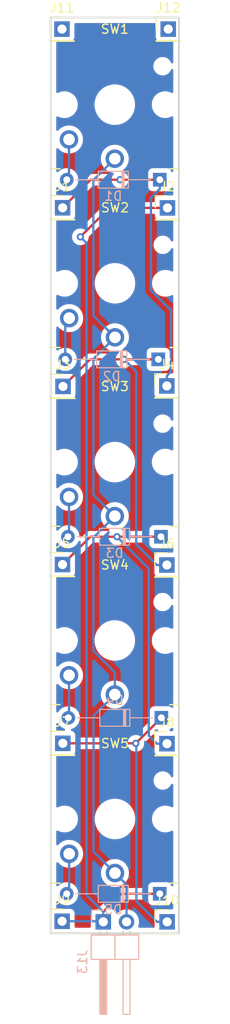
<source format=kicad_pcb>
(kicad_pcb (version 20171130) (host pcbnew 5.99.0+really5.1.10+dfsg1-1)

  (general
    (thickness 1.6)
    (drawings 4)
    (tracks 77)
    (zones 0)
    (modules 23)
    (nets 12)
  )

  (page A4)
  (layers
    (0 F.Cu signal)
    (31 B.Cu signal)
    (32 B.Adhes user)
    (33 F.Adhes user)
    (34 B.Paste user)
    (35 F.Paste user)
    (36 B.SilkS user)
    (37 F.SilkS user)
    (38 B.Mask user)
    (39 F.Mask user)
    (40 Dwgs.User user)
    (41 Cmts.User user)
    (42 Eco1.User user)
    (43 Eco2.User user)
    (44 Edge.Cuts user)
    (45 Margin user)
    (46 B.CrtYd user)
    (47 F.CrtYd user)
    (48 B.Fab user)
    (49 F.Fab user)
  )

  (setup
    (last_trace_width 0.25)
    (trace_clearance 0.5)
    (zone_clearance 0.508)
    (zone_45_only no)
    (trace_min 0.2)
    (via_size 0.8)
    (via_drill 0.4)
    (via_min_size 0.4)
    (via_min_drill 0.3)
    (uvia_size 0.3)
    (uvia_drill 0.1)
    (uvias_allowed no)
    (uvia_min_size 0.2)
    (uvia_min_drill 0.1)
    (edge_width 0.05)
    (segment_width 0.2)
    (pcb_text_width 0.3)
    (pcb_text_size 1.5 1.5)
    (mod_edge_width 0.12)
    (mod_text_size 1 1)
    (mod_text_width 0.15)
    (pad_size 1.524 1.524)
    (pad_drill 0.762)
    (pad_to_mask_clearance 0.051)
    (solder_mask_min_width 0.25)
    (aux_axis_origin 144.145 158.75)
    (visible_elements FFFFEF7F)
    (pcbplotparams
      (layerselection 0x010fc_ffffffff)
      (usegerberextensions false)
      (usegerberattributes false)
      (usegerberadvancedattributes false)
      (creategerberjobfile true)
      (excludeedgelayer true)
      (linewidth 0.100000)
      (plotframeref false)
      (viasonmask false)
      (mode 1)
      (useauxorigin false)
      (hpglpennumber 1)
      (hpglpenspeed 20)
      (hpglpendiameter 15.000000)
      (psnegative false)
      (psa4output false)
      (plotreference true)
      (plotvalue true)
      (plotinvisibletext false)
      (padsonsilk false)
      (subtractmaskfromsilk false)
      (outputformat 1)
      (mirror false)
      (drillshape 0)
      (scaleselection 1)
      (outputdirectory "gbr/"))
  )

  (net 0 "")
  (net 1 "Net-(D1-Pad1)")
  (net 2 "Net-(D1-Pad2)")
  (net 3 "Net-(D2-Pad1)")
  (net 4 "Net-(D2-Pad2)")
  (net 5 "Net-(D3-Pad2)")
  (net 6 "Net-(D3-Pad1)")
  (net 7 "Net-(D4-Pad1)")
  (net 8 "Net-(D4-Pad2)")
  (net 9 "Net-(D5-Pad2)")
  (net 10 "Net-(D5-Pad1)")
  (net 11 "Net-(J13-Pad2)")

  (net_class Default "これはデフォルトのネット クラスです。"
    (clearance 0.5)
    (trace_width 0.25)
    (via_dia 0.8)
    (via_drill 0.4)
    (uvia_dia 0.3)
    (uvia_drill 0.1)
    (add_net "Net-(D1-Pad1)")
    (add_net "Net-(D1-Pad2)")
    (add_net "Net-(D2-Pad1)")
    (add_net "Net-(D2-Pad2)")
    (add_net "Net-(D3-Pad1)")
    (add_net "Net-(D3-Pad2)")
    (add_net "Net-(D4-Pad1)")
    (add_net "Net-(D4-Pad2)")
    (add_net "Net-(D5-Pad1)")
    (add_net "Net-(D5-Pad2)")
    (add_net "Net-(J13-Pad2)")
  )

  (module daprice:SW_PG1350 (layer F.Cu) (tedit 5E257D34) (tstamp 5DCA8725)
    (at 183.53024 59.8678)
    (descr "Kailh \"Choc\" PG1350 keyswitch")
    (tags kailh,choc)
    (path /5DC5E841)
    (fp_text reference SW1 (at 0 -8.255) (layer F.SilkS)
      (effects (font (size 1 1) (thickness 0.15)))
    )
    (fp_text value SW_Push (at 0 8.255) (layer F.Fab)
      (effects (font (size 1 1) (thickness 0.15)))
    )
    (fp_line (start -2.6 -3.1) (end 2.6 -3.1) (layer Eco2.User) (width 0.15))
    (fp_line (start 2.6 -3.1) (end 2.6 -6.3) (layer Eco2.User) (width 0.15))
    (fp_line (start 2.6 -6.3) (end -2.6 -6.3) (layer Eco2.User) (width 0.15))
    (fp_line (start -2.6 -3.1) (end -2.6 -6.3) (layer Eco2.User) (width 0.15))
    (fp_line (start -7 -6) (end -7 -7) (layer F.SilkS) (width 0.15))
    (fp_line (start -7 7) (end -6 7) (layer F.SilkS) (width 0.15))
    (fp_line (start -6 -7) (end -7 -7) (layer F.SilkS) (width 0.15))
    (fp_line (start -7 7) (end -7 6) (layer F.SilkS) (width 0.15))
    (fp_line (start 7 6) (end 7 7) (layer F.SilkS) (width 0.15))
    (fp_line (start 7 -7) (end 6 -7) (layer F.SilkS) (width 0.15))
    (fp_line (start 6 7) (end 7 7) (layer F.SilkS) (width 0.15))
    (fp_line (start 7 -7) (end 7 -6) (layer F.SilkS) (width 0.15))
    (fp_line (start -6.9 6.9) (end 6.9 6.9) (layer Eco2.User) (width 0.15))
    (fp_line (start 6.9 -6.9) (end -6.9 -6.9) (layer Eco2.User) (width 0.15))
    (fp_line (start 6.9 -6.9) (end 6.9 6.9) (layer Eco2.User) (width 0.15))
    (fp_line (start -6.9 6.9) (end -6.9 -6.9) (layer Eco2.User) (width 0.15))
    (fp_line (start -7.5 -7.5) (end 7.5 -7.5) (layer F.Fab) (width 0.15))
    (fp_line (start 7.5 -7.5) (end 7.5 7.5) (layer F.Fab) (width 0.15))
    (fp_line (start 7.5 7.5) (end -7.5 7.5) (layer F.Fab) (width 0.15))
    (fp_line (start -7.5 7.5) (end -7.5 -7.5) (layer F.Fab) (width 0.15))
    (fp_text user %R (at 0 0) (layer F.Fab)
      (effects (font (size 1 1) (thickness 0.15)))
    )
    (pad "" np_thru_hole circle (at -5.5 0) (size 1.9 1.9) (drill 1.9) (layers *.Cu *.Mask))
    (pad "" np_thru_hole circle (at 5.5 0) (size 1.9 1.9) (drill 1.9) (layers *.Cu *.Mask))
    (pad "" np_thru_hole circle (at 5.22 -4.2) (size 0.9906 0.9906) (drill 0.9906) (layers *.Cu *.Mask))
    (pad 1 thru_hole circle (at 0 5.9) (size 2.032 2.032) (drill 1.27) (layers *.Cu *.Mask)
      (net 11 "Net-(J13-Pad2)"))
    (pad 2 thru_hole circle (at -5 3.8) (size 2.032 2.032) (drill 1.27) (layers *.Cu *.Mask)
      (net 2 "Net-(D1-Pad2)"))
    (pad "" np_thru_hole circle (at 0 0) (size 3.4 3.4) (drill 3.4) (layers *.Cu *.Mask))
  )

  (module daprice:SW_PG1350 (layer F.Cu) (tedit 5E257D34) (tstamp 5DCA877D)
    (at 183.55056 137.86866)
    (descr "Kailh \"Choc\" PG1350 keyswitch")
    (tags kailh,choc)
    (path /5DC5E214)
    (fp_text reference SW5 (at 0 -8.255) (layer F.SilkS)
      (effects (font (size 1 1) (thickness 0.15)))
    )
    (fp_text value SW_Push (at 0 8.255) (layer F.Fab)
      (effects (font (size 1 1) (thickness 0.15)))
    )
    (fp_line (start -2.6 -3.1) (end 2.6 -3.1) (layer Eco2.User) (width 0.15))
    (fp_line (start 2.6 -3.1) (end 2.6 -6.3) (layer Eco2.User) (width 0.15))
    (fp_line (start 2.6 -6.3) (end -2.6 -6.3) (layer Eco2.User) (width 0.15))
    (fp_line (start -2.6 -3.1) (end -2.6 -6.3) (layer Eco2.User) (width 0.15))
    (fp_line (start -7 -6) (end -7 -7) (layer F.SilkS) (width 0.15))
    (fp_line (start -7 7) (end -6 7) (layer F.SilkS) (width 0.15))
    (fp_line (start -6 -7) (end -7 -7) (layer F.SilkS) (width 0.15))
    (fp_line (start -7 7) (end -7 6) (layer F.SilkS) (width 0.15))
    (fp_line (start 7 6) (end 7 7) (layer F.SilkS) (width 0.15))
    (fp_line (start 7 -7) (end 6 -7) (layer F.SilkS) (width 0.15))
    (fp_line (start 6 7) (end 7 7) (layer F.SilkS) (width 0.15))
    (fp_line (start 7 -7) (end 7 -6) (layer F.SilkS) (width 0.15))
    (fp_line (start -6.9 6.9) (end 6.9 6.9) (layer Eco2.User) (width 0.15))
    (fp_line (start 6.9 -6.9) (end -6.9 -6.9) (layer Eco2.User) (width 0.15))
    (fp_line (start 6.9 -6.9) (end 6.9 6.9) (layer Eco2.User) (width 0.15))
    (fp_line (start -6.9 6.9) (end -6.9 -6.9) (layer Eco2.User) (width 0.15))
    (fp_line (start -7.5 -7.5) (end 7.5 -7.5) (layer F.Fab) (width 0.15))
    (fp_line (start 7.5 -7.5) (end 7.5 7.5) (layer F.Fab) (width 0.15))
    (fp_line (start 7.5 7.5) (end -7.5 7.5) (layer F.Fab) (width 0.15))
    (fp_line (start -7.5 7.5) (end -7.5 -7.5) (layer F.Fab) (width 0.15))
    (fp_text user %R (at 0 0) (layer F.Fab)
      (effects (font (size 1 1) (thickness 0.15)))
    )
    (pad "" np_thru_hole circle (at -5.5 0) (size 1.9 1.9) (drill 1.9) (layers *.Cu *.Mask))
    (pad "" np_thru_hole circle (at 5.5 0) (size 1.9 1.9) (drill 1.9) (layers *.Cu *.Mask))
    (pad "" np_thru_hole circle (at 5.22 -4.2) (size 0.9906 0.9906) (drill 0.9906) (layers *.Cu *.Mask))
    (pad 1 thru_hole circle (at 0 5.9) (size 2.032 2.032) (drill 1.27) (layers *.Cu *.Mask)
      (net 11 "Net-(J13-Pad2)"))
    (pad 2 thru_hole circle (at -5 3.8) (size 2.032 2.032) (drill 1.27) (layers *.Cu *.Mask)
      (net 9 "Net-(D5-Pad2)"))
    (pad "" np_thru_hole circle (at 0 0) (size 3.4 3.4) (drill 3.4) (layers *.Cu *.Mask))
  )

  (module daprice:SW_PG1350 (layer F.Cu) (tedit 5E257D34) (tstamp 5DCA8767)
    (at 183.53532 118.3767)
    (descr "Kailh \"Choc\" PG1350 keyswitch")
    (tags kailh,choc)
    (path /5DC5DA81)
    (fp_text reference SW4 (at 0 -8.255) (layer F.SilkS)
      (effects (font (size 1 1) (thickness 0.15)))
    )
    (fp_text value SW_Push (at 0 8.255) (layer F.Fab)
      (effects (font (size 1 1) (thickness 0.15)))
    )
    (fp_line (start -2.6 -3.1) (end 2.6 -3.1) (layer Eco2.User) (width 0.15))
    (fp_line (start 2.6 -3.1) (end 2.6 -6.3) (layer Eco2.User) (width 0.15))
    (fp_line (start 2.6 -6.3) (end -2.6 -6.3) (layer Eco2.User) (width 0.15))
    (fp_line (start -2.6 -3.1) (end -2.6 -6.3) (layer Eco2.User) (width 0.15))
    (fp_line (start -7 -6) (end -7 -7) (layer F.SilkS) (width 0.15))
    (fp_line (start -7 7) (end -6 7) (layer F.SilkS) (width 0.15))
    (fp_line (start -6 -7) (end -7 -7) (layer F.SilkS) (width 0.15))
    (fp_line (start -7 7) (end -7 6) (layer F.SilkS) (width 0.15))
    (fp_line (start 7 6) (end 7 7) (layer F.SilkS) (width 0.15))
    (fp_line (start 7 -7) (end 6 -7) (layer F.SilkS) (width 0.15))
    (fp_line (start 6 7) (end 7 7) (layer F.SilkS) (width 0.15))
    (fp_line (start 7 -7) (end 7 -6) (layer F.SilkS) (width 0.15))
    (fp_line (start -6.9 6.9) (end 6.9 6.9) (layer Eco2.User) (width 0.15))
    (fp_line (start 6.9 -6.9) (end -6.9 -6.9) (layer Eco2.User) (width 0.15))
    (fp_line (start 6.9 -6.9) (end 6.9 6.9) (layer Eco2.User) (width 0.15))
    (fp_line (start -6.9 6.9) (end -6.9 -6.9) (layer Eco2.User) (width 0.15))
    (fp_line (start -7.5 -7.5) (end 7.5 -7.5) (layer F.Fab) (width 0.15))
    (fp_line (start 7.5 -7.5) (end 7.5 7.5) (layer F.Fab) (width 0.15))
    (fp_line (start 7.5 7.5) (end -7.5 7.5) (layer F.Fab) (width 0.15))
    (fp_line (start -7.5 7.5) (end -7.5 -7.5) (layer F.Fab) (width 0.15))
    (fp_text user %R (at 0 0) (layer F.Fab)
      (effects (font (size 1 1) (thickness 0.15)))
    )
    (pad "" np_thru_hole circle (at -5.5 0) (size 1.9 1.9) (drill 1.9) (layers *.Cu *.Mask))
    (pad "" np_thru_hole circle (at 5.5 0) (size 1.9 1.9) (drill 1.9) (layers *.Cu *.Mask))
    (pad "" np_thru_hole circle (at 5.22 -4.2) (size 0.9906 0.9906) (drill 0.9906) (layers *.Cu *.Mask))
    (pad 1 thru_hole circle (at 0 5.9) (size 2.032 2.032) (drill 1.27) (layers *.Cu *.Mask)
      (net 11 "Net-(J13-Pad2)"))
    (pad 2 thru_hole circle (at -5 3.8) (size 2.032 2.032) (drill 1.27) (layers *.Cu *.Mask)
      (net 8 "Net-(D4-Pad2)"))
    (pad "" np_thru_hole circle (at 0 0) (size 3.4 3.4) (drill 3.4) (layers *.Cu *.Mask))
  )

  (module daprice:SW_PG1350 (layer F.Cu) (tedit 5E257D34) (tstamp 5DCA8751)
    (at 183.53532 98.89744)
    (descr "Kailh \"Choc\" PG1350 keyswitch")
    (tags kailh,choc)
    (path /5DC5C134)
    (fp_text reference SW3 (at 0 -8.255) (layer F.SilkS)
      (effects (font (size 1 1) (thickness 0.15)))
    )
    (fp_text value SW_Push (at 0 8.255) (layer F.Fab)
      (effects (font (size 1 1) (thickness 0.15)))
    )
    (fp_line (start -2.6 -3.1) (end 2.6 -3.1) (layer Eco2.User) (width 0.15))
    (fp_line (start 2.6 -3.1) (end 2.6 -6.3) (layer Eco2.User) (width 0.15))
    (fp_line (start 2.6 -6.3) (end -2.6 -6.3) (layer Eco2.User) (width 0.15))
    (fp_line (start -2.6 -3.1) (end -2.6 -6.3) (layer Eco2.User) (width 0.15))
    (fp_line (start -7 -6) (end -7 -7) (layer F.SilkS) (width 0.15))
    (fp_line (start -7 7) (end -6 7) (layer F.SilkS) (width 0.15))
    (fp_line (start -6 -7) (end -7 -7) (layer F.SilkS) (width 0.15))
    (fp_line (start -7 7) (end -7 6) (layer F.SilkS) (width 0.15))
    (fp_line (start 7 6) (end 7 7) (layer F.SilkS) (width 0.15))
    (fp_line (start 7 -7) (end 6 -7) (layer F.SilkS) (width 0.15))
    (fp_line (start 6 7) (end 7 7) (layer F.SilkS) (width 0.15))
    (fp_line (start 7 -7) (end 7 -6) (layer F.SilkS) (width 0.15))
    (fp_line (start -6.9 6.9) (end 6.9 6.9) (layer Eco2.User) (width 0.15))
    (fp_line (start 6.9 -6.9) (end -6.9 -6.9) (layer Eco2.User) (width 0.15))
    (fp_line (start 6.9 -6.9) (end 6.9 6.9) (layer Eco2.User) (width 0.15))
    (fp_line (start -6.9 6.9) (end -6.9 -6.9) (layer Eco2.User) (width 0.15))
    (fp_line (start -7.5 -7.5) (end 7.5 -7.5) (layer F.Fab) (width 0.15))
    (fp_line (start 7.5 -7.5) (end 7.5 7.5) (layer F.Fab) (width 0.15))
    (fp_line (start 7.5 7.5) (end -7.5 7.5) (layer F.Fab) (width 0.15))
    (fp_line (start -7.5 7.5) (end -7.5 -7.5) (layer F.Fab) (width 0.15))
    (fp_text user %R (at 0 0) (layer F.Fab)
      (effects (font (size 1 1) (thickness 0.15)))
    )
    (pad "" np_thru_hole circle (at -5.5 0) (size 1.9 1.9) (drill 1.9) (layers *.Cu *.Mask))
    (pad "" np_thru_hole circle (at 5.5 0) (size 1.9 1.9) (drill 1.9) (layers *.Cu *.Mask))
    (pad "" np_thru_hole circle (at 5.22 -4.2) (size 0.9906 0.9906) (drill 0.9906) (layers *.Cu *.Mask))
    (pad 1 thru_hole circle (at 0 5.9) (size 2.032 2.032) (drill 1.27) (layers *.Cu *.Mask)
      (net 11 "Net-(J13-Pad2)"))
    (pad 2 thru_hole circle (at -5 3.8) (size 2.032 2.032) (drill 1.27) (layers *.Cu *.Mask)
      (net 5 "Net-(D3-Pad2)"))
    (pad "" np_thru_hole circle (at 0 0) (size 3.4 3.4) (drill 3.4) (layers *.Cu *.Mask))
  )

  (module daprice:SW_PG1350 (layer F.Cu) (tedit 5E257D34) (tstamp 5DCA873B)
    (at 183.5531 79.37246)
    (descr "Kailh \"Choc\" PG1350 keyswitch")
    (tags kailh,choc)
    (path /5DC4F483)
    (fp_text reference SW2 (at 0 -8.255) (layer F.SilkS)
      (effects (font (size 1 1) (thickness 0.15)))
    )
    (fp_text value SW_Push (at 0 8.255) (layer F.Fab)
      (effects (font (size 1 1) (thickness 0.15)))
    )
    (fp_line (start -2.6 -3.1) (end 2.6 -3.1) (layer Eco2.User) (width 0.15))
    (fp_line (start 2.6 -3.1) (end 2.6 -6.3) (layer Eco2.User) (width 0.15))
    (fp_line (start 2.6 -6.3) (end -2.6 -6.3) (layer Eco2.User) (width 0.15))
    (fp_line (start -2.6 -3.1) (end -2.6 -6.3) (layer Eco2.User) (width 0.15))
    (fp_line (start -7 -6) (end -7 -7) (layer F.SilkS) (width 0.15))
    (fp_line (start -7 7) (end -6 7) (layer F.SilkS) (width 0.15))
    (fp_line (start -6 -7) (end -7 -7) (layer F.SilkS) (width 0.15))
    (fp_line (start -7 7) (end -7 6) (layer F.SilkS) (width 0.15))
    (fp_line (start 7 6) (end 7 7) (layer F.SilkS) (width 0.15))
    (fp_line (start 7 -7) (end 6 -7) (layer F.SilkS) (width 0.15))
    (fp_line (start 6 7) (end 7 7) (layer F.SilkS) (width 0.15))
    (fp_line (start 7 -7) (end 7 -6) (layer F.SilkS) (width 0.15))
    (fp_line (start -6.9 6.9) (end 6.9 6.9) (layer Eco2.User) (width 0.15))
    (fp_line (start 6.9 -6.9) (end -6.9 -6.9) (layer Eco2.User) (width 0.15))
    (fp_line (start 6.9 -6.9) (end 6.9 6.9) (layer Eco2.User) (width 0.15))
    (fp_line (start -6.9 6.9) (end -6.9 -6.9) (layer Eco2.User) (width 0.15))
    (fp_line (start -7.5 -7.5) (end 7.5 -7.5) (layer F.Fab) (width 0.15))
    (fp_line (start 7.5 -7.5) (end 7.5 7.5) (layer F.Fab) (width 0.15))
    (fp_line (start 7.5 7.5) (end -7.5 7.5) (layer F.Fab) (width 0.15))
    (fp_line (start -7.5 7.5) (end -7.5 -7.5) (layer F.Fab) (width 0.15))
    (fp_text user %R (at 0 0) (layer F.Fab)
      (effects (font (size 1 1) (thickness 0.15)))
    )
    (pad "" np_thru_hole circle (at -5.5 0) (size 1.9 1.9) (drill 1.9) (layers *.Cu *.Mask))
    (pad "" np_thru_hole circle (at 5.5 0) (size 1.9 1.9) (drill 1.9) (layers *.Cu *.Mask))
    (pad "" np_thru_hole circle (at 5.22 -4.2) (size 0.9906 0.9906) (drill 0.9906) (layers *.Cu *.Mask))
    (pad 1 thru_hole circle (at 0 5.9) (size 2.032 2.032) (drill 1.27) (layers *.Cu *.Mask)
      (net 11 "Net-(J13-Pad2)"))
    (pad 2 thru_hole circle (at -5 3.8) (size 2.032 2.032) (drill 1.27) (layers *.Cu *.Mask)
      (net 4 "Net-(D2-Pad2)"))
    (pad "" np_thru_hole circle (at 0 0) (size 3.4 3.4) (drill 3.4) (layers *.Cu *.Mask))
  )

  (module Connector_PinHeader_2.54mm:PinHeader_1x02_P2.54mm_Horizontal (layer B.Cu) (tedit 59FED5CB) (tstamp 5DCA677C)
    (at 182.27548 149.098 270)
    (descr "Through hole angled pin header, 1x02, 2.54mm pitch, 6mm pin length, single row")
    (tags "Through hole angled pin header THT 1x02 2.54mm single row")
    (path /5DC59874)
    (fp_text reference J13 (at 4.385 2.27 270) (layer B.SilkS)
      (effects (font (size 1 1) (thickness 0.15)) (justify mirror))
    )
    (fp_text value Conn_01x02_Male (at 4.385 -4.81 270) (layer B.Fab)
      (effects (font (size 1 1) (thickness 0.15)) (justify mirror))
    )
    (fp_line (start 2.135 1.27) (end 4.04 1.27) (layer B.Fab) (width 0.1))
    (fp_line (start 4.04 1.27) (end 4.04 -3.81) (layer B.Fab) (width 0.1))
    (fp_line (start 4.04 -3.81) (end 1.5 -3.81) (layer B.Fab) (width 0.1))
    (fp_line (start 1.5 -3.81) (end 1.5 0.635) (layer B.Fab) (width 0.1))
    (fp_line (start 1.5 0.635) (end 2.135 1.27) (layer B.Fab) (width 0.1))
    (fp_line (start -0.32 0.32) (end 1.5 0.32) (layer B.Fab) (width 0.1))
    (fp_line (start -0.32 0.32) (end -0.32 -0.32) (layer B.Fab) (width 0.1))
    (fp_line (start -0.32 -0.32) (end 1.5 -0.32) (layer B.Fab) (width 0.1))
    (fp_line (start 4.04 0.32) (end 10.04 0.32) (layer B.Fab) (width 0.1))
    (fp_line (start 10.04 0.32) (end 10.04 -0.32) (layer B.Fab) (width 0.1))
    (fp_line (start 4.04 -0.32) (end 10.04 -0.32) (layer B.Fab) (width 0.1))
    (fp_line (start -0.32 -2.22) (end 1.5 -2.22) (layer B.Fab) (width 0.1))
    (fp_line (start -0.32 -2.22) (end -0.32 -2.86) (layer B.Fab) (width 0.1))
    (fp_line (start -0.32 -2.86) (end 1.5 -2.86) (layer B.Fab) (width 0.1))
    (fp_line (start 4.04 -2.22) (end 10.04 -2.22) (layer B.Fab) (width 0.1))
    (fp_line (start 10.04 -2.22) (end 10.04 -2.86) (layer B.Fab) (width 0.1))
    (fp_line (start 4.04 -2.86) (end 10.04 -2.86) (layer B.Fab) (width 0.1))
    (fp_line (start 1.44 1.33) (end 1.44 -3.87) (layer B.SilkS) (width 0.12))
    (fp_line (start 1.44 -3.87) (end 4.1 -3.87) (layer B.SilkS) (width 0.12))
    (fp_line (start 4.1 -3.87) (end 4.1 1.33) (layer B.SilkS) (width 0.12))
    (fp_line (start 4.1 1.33) (end 1.44 1.33) (layer B.SilkS) (width 0.12))
    (fp_line (start 4.1 0.38) (end 10.1 0.38) (layer B.SilkS) (width 0.12))
    (fp_line (start 10.1 0.38) (end 10.1 -0.38) (layer B.SilkS) (width 0.12))
    (fp_line (start 10.1 -0.38) (end 4.1 -0.38) (layer B.SilkS) (width 0.12))
    (fp_line (start 4.1 0.32) (end 10.1 0.32) (layer B.SilkS) (width 0.12))
    (fp_line (start 4.1 0.2) (end 10.1 0.2) (layer B.SilkS) (width 0.12))
    (fp_line (start 4.1 0.08) (end 10.1 0.08) (layer B.SilkS) (width 0.12))
    (fp_line (start 4.1 -0.04) (end 10.1 -0.04) (layer B.SilkS) (width 0.12))
    (fp_line (start 4.1 -0.16) (end 10.1 -0.16) (layer B.SilkS) (width 0.12))
    (fp_line (start 4.1 -0.28) (end 10.1 -0.28) (layer B.SilkS) (width 0.12))
    (fp_line (start 1.11 0.38) (end 1.44 0.38) (layer B.SilkS) (width 0.12))
    (fp_line (start 1.11 -0.38) (end 1.44 -0.38) (layer B.SilkS) (width 0.12))
    (fp_line (start 1.44 -1.27) (end 4.1 -1.27) (layer B.SilkS) (width 0.12))
    (fp_line (start 4.1 -2.16) (end 10.1 -2.16) (layer B.SilkS) (width 0.12))
    (fp_line (start 10.1 -2.16) (end 10.1 -2.92) (layer B.SilkS) (width 0.12))
    (fp_line (start 10.1 -2.92) (end 4.1 -2.92) (layer B.SilkS) (width 0.12))
    (fp_line (start 1.042929 -2.16) (end 1.44 -2.16) (layer B.SilkS) (width 0.12))
    (fp_line (start 1.042929 -2.92) (end 1.44 -2.92) (layer B.SilkS) (width 0.12))
    (fp_line (start -1.27 0) (end -1.27 1.27) (layer B.SilkS) (width 0.12))
    (fp_line (start -1.27 1.27) (end 0 1.27) (layer B.SilkS) (width 0.12))
    (fp_line (start -1.8 1.8) (end -1.8 -4.35) (layer B.CrtYd) (width 0.05))
    (fp_line (start -1.8 -4.35) (end 10.55 -4.35) (layer B.CrtYd) (width 0.05))
    (fp_line (start 10.55 -4.35) (end 10.55 1.8) (layer B.CrtYd) (width 0.05))
    (fp_line (start 10.55 1.8) (end -1.8 1.8) (layer B.CrtYd) (width 0.05))
    (fp_text user %R (at 2.77 -1.27) (layer B.Fab)
      (effects (font (size 1 1) (thickness 0.15)) (justify mirror))
    )
    (pad 2 thru_hole oval (at 0 -2.54 270) (size 1.7 1.7) (drill 1) (layers *.Cu *.Mask)
      (net 11 "Net-(J13-Pad2)"))
    (pad 1 thru_hole rect (at 0 0 270) (size 1.7 1.7) (drill 1) (layers *.Cu *.Mask)
      (net 10 "Net-(D5-Pad1)"))
    (model ${KISYS3DMOD}/Connector_PinHeader_2.54mm.3dshapes/PinHeader_1x02_P2.54mm_Horizontal.wrl
      (at (xyz 0 0 0))
      (scale (xyz 1 1 1))
      (rotate (xyz 0 0 0))
    )
  )

  (module Connector_PinHeader_2.54mm:PinHeader_1x01_P2.54mm_Vertical (layer F.Cu) (tedit 59FED5CC) (tstamp 5DCA8E97)
    (at 177.7619 51.61534)
    (descr "Through hole straight pin header, 1x01, 2.54mm pitch, single row")
    (tags "Through hole pin header THT 1x01 2.54mm single row")
    (path /5DCA8A1E)
    (fp_text reference J11 (at 0 -2.33) (layer F.SilkS)
      (effects (font (size 1 1) (thickness 0.15)))
    )
    (fp_text value Conn_01x01_Male (at 0 2.33) (layer F.Fab)
      (effects (font (size 1 1) (thickness 0.15)))
    )
    (fp_line (start -0.635 -1.27) (end 1.27 -1.27) (layer F.Fab) (width 0.1))
    (fp_line (start 1.27 -1.27) (end 1.27 1.27) (layer F.Fab) (width 0.1))
    (fp_line (start 1.27 1.27) (end -1.27 1.27) (layer F.Fab) (width 0.1))
    (fp_line (start -1.27 1.27) (end -1.27 -0.635) (layer F.Fab) (width 0.1))
    (fp_line (start -1.27 -0.635) (end -0.635 -1.27) (layer F.Fab) (width 0.1))
    (fp_line (start -1.33 1.33) (end 1.33 1.33) (layer F.SilkS) (width 0.12))
    (fp_line (start -1.33 1.27) (end -1.33 1.33) (layer F.SilkS) (width 0.12))
    (fp_line (start 1.33 1.27) (end 1.33 1.33) (layer F.SilkS) (width 0.12))
    (fp_line (start -1.33 1.27) (end 1.33 1.27) (layer F.SilkS) (width 0.12))
    (fp_line (start -1.33 0) (end -1.33 -1.33) (layer F.SilkS) (width 0.12))
    (fp_line (start -1.33 -1.33) (end 0 -1.33) (layer F.SilkS) (width 0.12))
    (fp_line (start -1.8 -1.8) (end -1.8 1.8) (layer F.CrtYd) (width 0.05))
    (fp_line (start -1.8 1.8) (end 1.8 1.8) (layer F.CrtYd) (width 0.05))
    (fp_line (start 1.8 1.8) (end 1.8 -1.8) (layer F.CrtYd) (width 0.05))
    (fp_line (start 1.8 -1.8) (end -1.8 -1.8) (layer F.CrtYd) (width 0.05))
    (fp_text user %R (at 0 0 90) (layer F.Fab)
      (effects (font (size 1 1) (thickness 0.15)))
    )
    (pad 1 thru_hole rect (at 0 0) (size 1.7 1.7) (drill 1) (layers *.Cu *.Mask))
    (model ${KISYS3DMOD}/Connector_PinHeader_2.54mm.3dshapes/PinHeader_1x01_P2.54mm_Vertical.wrl
      (at (xyz 0 0 0))
      (scale (xyz 1 1 1))
      (rotate (xyz 0 0 0))
    )
  )

  (module Connector_PinHeader_2.54mm:PinHeader_1x01_P2.54mm_Vertical (layer F.Cu) (tedit 59FED5CC) (tstamp 5DCA8EAC)
    (at 189.36716 51.61534)
    (descr "Through hole straight pin header, 1x01, 2.54mm pitch, single row")
    (tags "Through hole pin header THT 1x01 2.54mm single row")
    (path /5DCAA166)
    (fp_text reference J12 (at 0 -2.33) (layer F.SilkS)
      (effects (font (size 1 1) (thickness 0.15)))
    )
    (fp_text value Conn_01x01_Male (at 0 2.33) (layer F.Fab)
      (effects (font (size 1 1) (thickness 0.15)))
    )
    (fp_line (start -0.635 -1.27) (end 1.27 -1.27) (layer F.Fab) (width 0.1))
    (fp_line (start 1.27 -1.27) (end 1.27 1.27) (layer F.Fab) (width 0.1))
    (fp_line (start 1.27 1.27) (end -1.27 1.27) (layer F.Fab) (width 0.1))
    (fp_line (start -1.27 1.27) (end -1.27 -0.635) (layer F.Fab) (width 0.1))
    (fp_line (start -1.27 -0.635) (end -0.635 -1.27) (layer F.Fab) (width 0.1))
    (fp_line (start -1.33 1.33) (end 1.33 1.33) (layer F.SilkS) (width 0.12))
    (fp_line (start -1.33 1.27) (end -1.33 1.33) (layer F.SilkS) (width 0.12))
    (fp_line (start 1.33 1.27) (end 1.33 1.33) (layer F.SilkS) (width 0.12))
    (fp_line (start -1.33 1.27) (end 1.33 1.27) (layer F.SilkS) (width 0.12))
    (fp_line (start -1.33 0) (end -1.33 -1.33) (layer F.SilkS) (width 0.12))
    (fp_line (start -1.33 -1.33) (end 0 -1.33) (layer F.SilkS) (width 0.12))
    (fp_line (start -1.8 -1.8) (end -1.8 1.8) (layer F.CrtYd) (width 0.05))
    (fp_line (start -1.8 1.8) (end 1.8 1.8) (layer F.CrtYd) (width 0.05))
    (fp_line (start 1.8 1.8) (end 1.8 -1.8) (layer F.CrtYd) (width 0.05))
    (fp_line (start 1.8 -1.8) (end -1.8 -1.8) (layer F.CrtYd) (width 0.05))
    (fp_text user %R (at 0 0 90) (layer F.Fab)
      (effects (font (size 1 1) (thickness 0.15)))
    )
    (pad 1 thru_hole rect (at 0 0) (size 1.7 1.7) (drill 1) (layers *.Cu *.Mask))
    (model ${KISYS3DMOD}/Connector_PinHeader_2.54mm.3dshapes/PinHeader_1x01_P2.54mm_Vertical.wrl
      (at (xyz 0 0 0))
      (scale (xyz 1 1 1))
      (rotate (xyz 0 0 0))
    )
  )

  (module Diode_THT:D_DO-34_SOD68_P10.16mm_Horizontal (layer B.Cu) (tedit 5AE50CD5) (tstamp 5DCAACBD)
    (at 188.44768 68.06184 180)
    (descr "Diode, DO-34_SOD68 series, Axial, Horizontal, pin pitch=10.16mm, , length*diameter=3.04*1.6mm^2, , https://www.nxp.com/docs/en/data-sheet/KTY83_SER.pdf")
    (tags "Diode DO-34_SOD68 series Axial Horizontal pin pitch 10.16mm  length 3.04mm diameter 1.6mm")
    (path /5DC5E847)
    (fp_text reference D1 (at 5.08 -1.78816) (layer B.SilkS)
      (effects (font (size 1 1) (thickness 0.15)) (justify mirror))
    )
    (fp_text value D (at 5.08 -1.92) (layer B.Fab)
      (effects (font (size 1 1) (thickness 0.15)) (justify mirror))
    )
    (fp_line (start 3.56 0.8) (end 3.56 -0.8) (layer B.Fab) (width 0.1))
    (fp_line (start 3.56 -0.8) (end 6.6 -0.8) (layer B.Fab) (width 0.1))
    (fp_line (start 6.6 -0.8) (end 6.6 0.8) (layer B.Fab) (width 0.1))
    (fp_line (start 6.6 0.8) (end 3.56 0.8) (layer B.Fab) (width 0.1))
    (fp_line (start 0 0) (end 3.56 0) (layer B.Fab) (width 0.1))
    (fp_line (start 10.16 0) (end 6.6 0) (layer B.Fab) (width 0.1))
    (fp_line (start 4.016 0.8) (end 4.016 -0.8) (layer B.Fab) (width 0.1))
    (fp_line (start 4.116 0.8) (end 4.116 -0.8) (layer B.Fab) (width 0.1))
    (fp_line (start 3.916 0.8) (end 3.916 -0.8) (layer B.Fab) (width 0.1))
    (fp_line (start 3.44 0.92) (end 3.44 -0.92) (layer B.SilkS) (width 0.12))
    (fp_line (start 3.44 -0.92) (end 6.72 -0.92) (layer B.SilkS) (width 0.12))
    (fp_line (start 6.72 -0.92) (end 6.72 0.92) (layer B.SilkS) (width 0.12))
    (fp_line (start 6.72 0.92) (end 3.44 0.92) (layer B.SilkS) (width 0.12))
    (fp_line (start 0.99 0) (end 3.44 0) (layer B.SilkS) (width 0.12))
    (fp_line (start 9.17 0) (end 6.72 0) (layer B.SilkS) (width 0.12))
    (fp_line (start 4.016 0.92) (end 4.016 -0.92) (layer B.SilkS) (width 0.12))
    (fp_line (start 4.136 0.92) (end 4.136 -0.92) (layer B.SilkS) (width 0.12))
    (fp_line (start 3.896 0.92) (end 3.896 -0.92) (layer B.SilkS) (width 0.12))
    (fp_line (start -1 1.05) (end -1 -1.05) (layer B.CrtYd) (width 0.05))
    (fp_line (start -1 -1.05) (end 11.16 -1.05) (layer B.CrtYd) (width 0.05))
    (fp_line (start 11.16 -1.05) (end 11.16 1.05) (layer B.CrtYd) (width 0.05))
    (fp_line (start 11.16 1.05) (end -1 1.05) (layer B.CrtYd) (width 0.05))
    (fp_text user K (at 0 1.75) (layer B.Fab)
      (effects (font (size 1 1) (thickness 0.15)) (justify mirror))
    )
    (fp_text user K (at 0 1.75) (layer B.Fab)
      (effects (font (size 1 1) (thickness 0.15)) (justify mirror))
    )
    (fp_text user %R (at 5.308 0) (layer B.Fab)
      (effects (font (size 0.608 0.608) (thickness 0.0912)) (justify mirror))
    )
    (pad 2 thru_hole oval (at 10.16 0 180) (size 1.5 1.5) (drill 0.75) (layers *.Cu *.Mask)
      (net 2 "Net-(D1-Pad2)"))
    (pad 1 thru_hole rect (at 0 0 180) (size 1.5 1.5) (drill 0.75) (layers *.Cu *.Mask)
      (net 1 "Net-(D1-Pad1)"))
    (model ${KISYS3DMOD}/Diode_THT.3dshapes/D_DO-34_SOD68_P10.16mm_Horizontal.wrl
      (at (xyz 0 0 0))
      (scale (xyz 1 1 1))
      (rotate (xyz 0 0 0))
    )
  )

  (module Diode_THT:D_DO-34_SOD68_P10.16mm_Horizontal (layer B.Cu) (tedit 5AE50CD5) (tstamp 5DCAACDB)
    (at 188.28258 87.67572 180)
    (descr "Diode, DO-34_SOD68 series, Axial, Horizontal, pin pitch=10.16mm, , length*diameter=3.04*1.6mm^2, , https://www.nxp.com/docs/en/data-sheet/KTY83_SER.pdf")
    (tags "Diode DO-34_SOD68 series Axial Horizontal pin pitch 10.16mm  length 3.04mm diameter 1.6mm")
    (path /5DC4FFF9)
    (fp_text reference D2 (at 5.08508 -1.85928) (layer B.SilkS)
      (effects (font (size 1 1) (thickness 0.15)) (justify mirror))
    )
    (fp_text value D (at 5.08 -1.92) (layer B.Fab)
      (effects (font (size 1 1) (thickness 0.15)) (justify mirror))
    )
    (fp_line (start 3.56 0.8) (end 3.56 -0.8) (layer B.Fab) (width 0.1))
    (fp_line (start 3.56 -0.8) (end 6.6 -0.8) (layer B.Fab) (width 0.1))
    (fp_line (start 6.6 -0.8) (end 6.6 0.8) (layer B.Fab) (width 0.1))
    (fp_line (start 6.6 0.8) (end 3.56 0.8) (layer B.Fab) (width 0.1))
    (fp_line (start 0 0) (end 3.56 0) (layer B.Fab) (width 0.1))
    (fp_line (start 10.16 0) (end 6.6 0) (layer B.Fab) (width 0.1))
    (fp_line (start 4.016 0.8) (end 4.016 -0.8) (layer B.Fab) (width 0.1))
    (fp_line (start 4.116 0.8) (end 4.116 -0.8) (layer B.Fab) (width 0.1))
    (fp_line (start 3.916 0.8) (end 3.916 -0.8) (layer B.Fab) (width 0.1))
    (fp_line (start 3.44 0.92) (end 3.44 -0.92) (layer B.SilkS) (width 0.12))
    (fp_line (start 3.44 -0.92) (end 6.72 -0.92) (layer B.SilkS) (width 0.12))
    (fp_line (start 6.72 -0.92) (end 6.72 0.92) (layer B.SilkS) (width 0.12))
    (fp_line (start 6.72 0.92) (end 3.44 0.92) (layer B.SilkS) (width 0.12))
    (fp_line (start 0.99 0) (end 3.44 0) (layer B.SilkS) (width 0.12))
    (fp_line (start 9.17 0) (end 6.72 0) (layer B.SilkS) (width 0.12))
    (fp_line (start 4.016 0.92) (end 4.016 -0.92) (layer B.SilkS) (width 0.12))
    (fp_line (start 4.136 0.92) (end 4.136 -0.92) (layer B.SilkS) (width 0.12))
    (fp_line (start 3.896 0.92) (end 3.896 -0.92) (layer B.SilkS) (width 0.12))
    (fp_line (start -1 1.05) (end -1 -1.05) (layer B.CrtYd) (width 0.05))
    (fp_line (start -1 -1.05) (end 11.16 -1.05) (layer B.CrtYd) (width 0.05))
    (fp_line (start 11.16 -1.05) (end 11.16 1.05) (layer B.CrtYd) (width 0.05))
    (fp_line (start 11.16 1.05) (end -1 1.05) (layer B.CrtYd) (width 0.05))
    (fp_text user K (at 0 1.75) (layer B.Fab)
      (effects (font (size 1 1) (thickness 0.15)) (justify mirror))
    )
    (fp_text user K (at 0 1.75) (layer B.Fab)
      (effects (font (size 1 1) (thickness 0.15)) (justify mirror))
    )
    (fp_text user %R (at 5.308 0) (layer B.Fab)
      (effects (font (size 0.608 0.608) (thickness 0.0912)) (justify mirror))
    )
    (pad 2 thru_hole oval (at 10.16 0 180) (size 1.5 1.5) (drill 0.75) (layers *.Cu *.Mask)
      (net 4 "Net-(D2-Pad2)"))
    (pad 1 thru_hole rect (at 0 0 180) (size 1.5 1.5) (drill 0.75) (layers *.Cu *.Mask)
      (net 3 "Net-(D2-Pad1)"))
    (model ${KISYS3DMOD}/Diode_THT.3dshapes/D_DO-34_SOD68_P10.16mm_Horizontal.wrl
      (at (xyz 0 0 0))
      (scale (xyz 1 1 1))
      (rotate (xyz 0 0 0))
    )
  )

  (module Diode_THT:D_DO-34_SOD68_P10.16mm_Horizontal (layer B.Cu) (tedit 5AE50CD5) (tstamp 5DCAACF9)
    (at 188.57468 107.04576 180)
    (descr "Diode, DO-34_SOD68 series, Axial, Horizontal, pin pitch=10.16mm, , length*diameter=3.04*1.6mm^2, , https://www.nxp.com/docs/en/data-sheet/KTY83_SER.pdf")
    (tags "Diode DO-34_SOD68 series Axial Horizontal pin pitch 10.16mm  length 3.04mm diameter 1.6mm")
    (path /5DC5C13A)
    (fp_text reference D3 (at 5.05968 -1.79324) (layer B.SilkS)
      (effects (font (size 1 1) (thickness 0.15)) (justify mirror))
    )
    (fp_text value D (at 5.08 -1.92) (layer B.Fab)
      (effects (font (size 1 1) (thickness 0.15)) (justify mirror))
    )
    (fp_line (start 3.56 0.8) (end 3.56 -0.8) (layer B.Fab) (width 0.1))
    (fp_line (start 3.56 -0.8) (end 6.6 -0.8) (layer B.Fab) (width 0.1))
    (fp_line (start 6.6 -0.8) (end 6.6 0.8) (layer B.Fab) (width 0.1))
    (fp_line (start 6.6 0.8) (end 3.56 0.8) (layer B.Fab) (width 0.1))
    (fp_line (start 0 0) (end 3.56 0) (layer B.Fab) (width 0.1))
    (fp_line (start 10.16 0) (end 6.6 0) (layer B.Fab) (width 0.1))
    (fp_line (start 4.016 0.8) (end 4.016 -0.8) (layer B.Fab) (width 0.1))
    (fp_line (start 4.116 0.8) (end 4.116 -0.8) (layer B.Fab) (width 0.1))
    (fp_line (start 3.916 0.8) (end 3.916 -0.8) (layer B.Fab) (width 0.1))
    (fp_line (start 3.44 0.92) (end 3.44 -0.92) (layer B.SilkS) (width 0.12))
    (fp_line (start 3.44 -0.92) (end 6.72 -0.92) (layer B.SilkS) (width 0.12))
    (fp_line (start 6.72 -0.92) (end 6.72 0.92) (layer B.SilkS) (width 0.12))
    (fp_line (start 6.72 0.92) (end 3.44 0.92) (layer B.SilkS) (width 0.12))
    (fp_line (start 0.99 0) (end 3.44 0) (layer B.SilkS) (width 0.12))
    (fp_line (start 9.17 0) (end 6.72 0) (layer B.SilkS) (width 0.12))
    (fp_line (start 4.016 0.92) (end 4.016 -0.92) (layer B.SilkS) (width 0.12))
    (fp_line (start 4.136 0.92) (end 4.136 -0.92) (layer B.SilkS) (width 0.12))
    (fp_line (start 3.896 0.92) (end 3.896 -0.92) (layer B.SilkS) (width 0.12))
    (fp_line (start -1 1.05) (end -1 -1.05) (layer B.CrtYd) (width 0.05))
    (fp_line (start -1 -1.05) (end 11.16 -1.05) (layer B.CrtYd) (width 0.05))
    (fp_line (start 11.16 -1.05) (end 11.16 1.05) (layer B.CrtYd) (width 0.05))
    (fp_line (start 11.16 1.05) (end -1 1.05) (layer B.CrtYd) (width 0.05))
    (fp_text user K (at 0 1.75) (layer B.Fab)
      (effects (font (size 1 1) (thickness 0.15)) (justify mirror))
    )
    (fp_text user K (at 0 1.75) (layer B.Fab)
      (effects (font (size 1 1) (thickness 0.15)) (justify mirror))
    )
    (fp_text user %R (at 5.308 0) (layer B.Fab)
      (effects (font (size 0.608 0.608) (thickness 0.0912)) (justify mirror))
    )
    (pad 2 thru_hole oval (at 10.16 0 180) (size 1.5 1.5) (drill 0.75) (layers *.Cu *.Mask)
      (net 5 "Net-(D3-Pad2)"))
    (pad 1 thru_hole rect (at 0 0 180) (size 1.5 1.5) (drill 0.75) (layers *.Cu *.Mask)
      (net 6 "Net-(D3-Pad1)"))
    (model ${KISYS3DMOD}/Diode_THT.3dshapes/D_DO-34_SOD68_P10.16mm_Horizontal.wrl
      (at (xyz 0 0 0))
      (scale (xyz 1 1 1))
      (rotate (xyz 0 0 0))
    )
  )

  (module Diode_THT:D_DO-34_SOD68_P10.16mm_Horizontal (layer B.Cu) (tedit 5AE50CD5) (tstamp 5DCAAD17)
    (at 188.61786 126.81712 180)
    (descr "Diode, DO-34_SOD68 series, Axial, Horizontal, pin pitch=10.16mm, , length*diameter=3.04*1.6mm^2, , https://www.nxp.com/docs/en/data-sheet/KTY83_SER.pdf")
    (tags "Diode DO-34_SOD68 series Axial Horizontal pin pitch 10.16mm  length 3.04mm diameter 1.6mm")
    (path /5DC5DA87)
    (fp_text reference D4 (at 5.08 1.92) (layer B.SilkS)
      (effects (font (size 1 1) (thickness 0.15)) (justify mirror))
    )
    (fp_text value D (at 5.08 -1.92) (layer B.Fab)
      (effects (font (size 1 1) (thickness 0.15)) (justify mirror))
    )
    (fp_line (start 3.56 0.8) (end 3.56 -0.8) (layer B.Fab) (width 0.1))
    (fp_line (start 3.56 -0.8) (end 6.6 -0.8) (layer B.Fab) (width 0.1))
    (fp_line (start 6.6 -0.8) (end 6.6 0.8) (layer B.Fab) (width 0.1))
    (fp_line (start 6.6 0.8) (end 3.56 0.8) (layer B.Fab) (width 0.1))
    (fp_line (start 0 0) (end 3.56 0) (layer B.Fab) (width 0.1))
    (fp_line (start 10.16 0) (end 6.6 0) (layer B.Fab) (width 0.1))
    (fp_line (start 4.016 0.8) (end 4.016 -0.8) (layer B.Fab) (width 0.1))
    (fp_line (start 4.116 0.8) (end 4.116 -0.8) (layer B.Fab) (width 0.1))
    (fp_line (start 3.916 0.8) (end 3.916 -0.8) (layer B.Fab) (width 0.1))
    (fp_line (start 3.44 0.92) (end 3.44 -0.92) (layer B.SilkS) (width 0.12))
    (fp_line (start 3.44 -0.92) (end 6.72 -0.92) (layer B.SilkS) (width 0.12))
    (fp_line (start 6.72 -0.92) (end 6.72 0.92) (layer B.SilkS) (width 0.12))
    (fp_line (start 6.72 0.92) (end 3.44 0.92) (layer B.SilkS) (width 0.12))
    (fp_line (start 0.99 0) (end 3.44 0) (layer B.SilkS) (width 0.12))
    (fp_line (start 9.17 0) (end 6.72 0) (layer B.SilkS) (width 0.12))
    (fp_line (start 4.016 0.92) (end 4.016 -0.92) (layer B.SilkS) (width 0.12))
    (fp_line (start 4.136 0.92) (end 4.136 -0.92) (layer B.SilkS) (width 0.12))
    (fp_line (start 3.896 0.92) (end 3.896 -0.92) (layer B.SilkS) (width 0.12))
    (fp_line (start -1 1.05) (end -1 -1.05) (layer B.CrtYd) (width 0.05))
    (fp_line (start -1 -1.05) (end 11.16 -1.05) (layer B.CrtYd) (width 0.05))
    (fp_line (start 11.16 -1.05) (end 11.16 1.05) (layer B.CrtYd) (width 0.05))
    (fp_line (start 11.16 1.05) (end -1 1.05) (layer B.CrtYd) (width 0.05))
    (fp_text user K (at 0 1.75) (layer B.Fab)
      (effects (font (size 1 1) (thickness 0.15)) (justify mirror))
    )
    (fp_text user K (at 0 1.75) (layer B.Fab)
      (effects (font (size 1 1) (thickness 0.15)) (justify mirror))
    )
    (fp_text user %R (at 5.308 0) (layer B.Fab)
      (effects (font (size 0.608 0.608) (thickness 0.0912)) (justify mirror))
    )
    (pad 2 thru_hole oval (at 10.16 0 180) (size 1.5 1.5) (drill 0.75) (layers *.Cu *.Mask)
      (net 8 "Net-(D4-Pad2)"))
    (pad 1 thru_hole rect (at 0 0 180) (size 1.5 1.5) (drill 0.75) (layers *.Cu *.Mask)
      (net 7 "Net-(D4-Pad1)"))
    (model ${KISYS3DMOD}/Diode_THT.3dshapes/D_DO-34_SOD68_P10.16mm_Horizontal.wrl
      (at (xyz 0 0 0))
      (scale (xyz 1 1 1))
      (rotate (xyz 0 0 0))
    )
  )

  (module Diode_THT:D_DO-34_SOD68_P10.16mm_Horizontal (layer B.Cu) (tedit 5AE50CD5) (tstamp 5DCAAD35)
    (at 188.4426 146.03476 180)
    (descr "Diode, DO-34_SOD68 series, Axial, Horizontal, pin pitch=10.16mm, , length*diameter=3.04*1.6mm^2, , https://www.nxp.com/docs/en/data-sheet/KTY83_SER.pdf")
    (tags "Diode DO-34_SOD68 series Axial Horizontal pin pitch 10.16mm  length 3.04mm diameter 1.6mm")
    (path /5DC5E21A)
    (fp_text reference D5 (at 5.08 -1.72974) (layer B.SilkS)
      (effects (font (size 1 1) (thickness 0.15)) (justify mirror))
    )
    (fp_text value D (at 5.08 -1.92) (layer B.Fab)
      (effects (font (size 1 1) (thickness 0.15)) (justify mirror))
    )
    (fp_line (start 3.56 0.8) (end 3.56 -0.8) (layer B.Fab) (width 0.1))
    (fp_line (start 3.56 -0.8) (end 6.6 -0.8) (layer B.Fab) (width 0.1))
    (fp_line (start 6.6 -0.8) (end 6.6 0.8) (layer B.Fab) (width 0.1))
    (fp_line (start 6.6 0.8) (end 3.56 0.8) (layer B.Fab) (width 0.1))
    (fp_line (start 0 0) (end 3.56 0) (layer B.Fab) (width 0.1))
    (fp_line (start 10.16 0) (end 6.6 0) (layer B.Fab) (width 0.1))
    (fp_line (start 4.016 0.8) (end 4.016 -0.8) (layer B.Fab) (width 0.1))
    (fp_line (start 4.116 0.8) (end 4.116 -0.8) (layer B.Fab) (width 0.1))
    (fp_line (start 3.916 0.8) (end 3.916 -0.8) (layer B.Fab) (width 0.1))
    (fp_line (start 3.44 0.92) (end 3.44 -0.92) (layer B.SilkS) (width 0.12))
    (fp_line (start 3.44 -0.92) (end 6.72 -0.92) (layer B.SilkS) (width 0.12))
    (fp_line (start 6.72 -0.92) (end 6.72 0.92) (layer B.SilkS) (width 0.12))
    (fp_line (start 6.72 0.92) (end 3.44 0.92) (layer B.SilkS) (width 0.12))
    (fp_line (start 0.99 0) (end 3.44 0) (layer B.SilkS) (width 0.12))
    (fp_line (start 9.17 0) (end 6.72 0) (layer B.SilkS) (width 0.12))
    (fp_line (start 4.016 0.92) (end 4.016 -0.92) (layer B.SilkS) (width 0.12))
    (fp_line (start 4.136 0.92) (end 4.136 -0.92) (layer B.SilkS) (width 0.12))
    (fp_line (start 3.896 0.92) (end 3.896 -0.92) (layer B.SilkS) (width 0.12))
    (fp_line (start -1 1.05) (end -1 -1.05) (layer B.CrtYd) (width 0.05))
    (fp_line (start -1 -1.05) (end 11.16 -1.05) (layer B.CrtYd) (width 0.05))
    (fp_line (start 11.16 -1.05) (end 11.16 1.05) (layer B.CrtYd) (width 0.05))
    (fp_line (start 11.16 1.05) (end -1 1.05) (layer B.CrtYd) (width 0.05))
    (fp_text user K (at 0 1.75) (layer B.Fab)
      (effects (font (size 1 1) (thickness 0.15)) (justify mirror))
    )
    (fp_text user K (at 0 1.75) (layer B.Fab)
      (effects (font (size 1 1) (thickness 0.15)) (justify mirror))
    )
    (fp_text user %R (at 5.308 0) (layer B.Fab)
      (effects (font (size 0.608 0.608) (thickness 0.0912)) (justify mirror))
    )
    (pad 2 thru_hole oval (at 10.16 0 180) (size 1.5 1.5) (drill 0.75) (layers *.Cu *.Mask)
      (net 9 "Net-(D5-Pad2)"))
    (pad 1 thru_hole rect (at 0 0 180) (size 1.5 1.5) (drill 0.75) (layers *.Cu *.Mask)
      (net 10 "Net-(D5-Pad1)"))
    (model ${KISYS3DMOD}/Diode_THT.3dshapes/D_DO-34_SOD68_P10.16mm_Horizontal.wrl
      (at (xyz 0 0 0))
      (scale (xyz 1 1 1))
      (rotate (xyz 0 0 0))
    )
  )

  (module Connector_PinHeader_2.54mm:PinHeader_1x01_P2.54mm_Vertical (layer F.Cu) (tedit 59FED5CC) (tstamp 5E206CA6)
    (at 177.83302 71.12762)
    (descr "Through hole straight pin header, 1x01, 2.54mm pitch, single row")
    (tags "Through hole pin header THT 1x01 2.54mm single row")
    (path /5E20E4B6)
    (fp_text reference J1 (at 0 -2.33) (layer F.SilkS)
      (effects (font (size 1 1) (thickness 0.15)))
    )
    (fp_text value Conn_01x01_Male (at 0 2.33) (layer F.Fab)
      (effects (font (size 1 1) (thickness 0.15)))
    )
    (fp_line (start -0.635 -1.27) (end 1.27 -1.27) (layer F.Fab) (width 0.1))
    (fp_line (start 1.27 -1.27) (end 1.27 1.27) (layer F.Fab) (width 0.1))
    (fp_line (start 1.27 1.27) (end -1.27 1.27) (layer F.Fab) (width 0.1))
    (fp_line (start -1.27 1.27) (end -1.27 -0.635) (layer F.Fab) (width 0.1))
    (fp_line (start -1.27 -0.635) (end -0.635 -1.27) (layer F.Fab) (width 0.1))
    (fp_line (start -1.33 1.33) (end 1.33 1.33) (layer F.SilkS) (width 0.12))
    (fp_line (start -1.33 1.27) (end -1.33 1.33) (layer F.SilkS) (width 0.12))
    (fp_line (start 1.33 1.27) (end 1.33 1.33) (layer F.SilkS) (width 0.12))
    (fp_line (start -1.33 1.27) (end 1.33 1.27) (layer F.SilkS) (width 0.12))
    (fp_line (start -1.33 0) (end -1.33 -1.33) (layer F.SilkS) (width 0.12))
    (fp_line (start -1.33 -1.33) (end 0 -1.33) (layer F.SilkS) (width 0.12))
    (fp_line (start -1.8 -1.8) (end -1.8 1.8) (layer F.CrtYd) (width 0.05))
    (fp_line (start -1.8 1.8) (end 1.8 1.8) (layer F.CrtYd) (width 0.05))
    (fp_line (start 1.8 1.8) (end 1.8 -1.8) (layer F.CrtYd) (width 0.05))
    (fp_line (start 1.8 -1.8) (end -1.8 -1.8) (layer F.CrtYd) (width 0.05))
    (fp_text user %R (at 0 0 90) (layer F.Fab)
      (effects (font (size 1 1) (thickness 0.15)))
    )
    (pad 1 thru_hole rect (at 0 0) (size 1.7 1.7) (drill 1) (layers *.Cu *.Mask)
      (net 1 "Net-(D1-Pad1)"))
    (model ${KISYS3DMOD}/Connector_PinHeader_2.54mm.3dshapes/PinHeader_1x01_P2.54mm_Vertical.wrl
      (at (xyz 0 0 0))
      (scale (xyz 1 1 1))
      (rotate (xyz 0 0 0))
    )
  )

  (module Connector_PinHeader_2.54mm:PinHeader_1x01_P2.54mm_Vertical (layer F.Cu) (tedit 59FED5CC) (tstamp 5E206CBB)
    (at 189.28334 71.14032)
    (descr "Through hole straight pin header, 1x01, 2.54mm pitch, single row")
    (tags "Through hole pin header THT 1x01 2.54mm single row")
    (path /5E21164F)
    (fp_text reference J2 (at 0 -2.33) (layer F.SilkS)
      (effects (font (size 1 1) (thickness 0.15)))
    )
    (fp_text value Conn_01x01_Male (at 0 2.33) (layer F.Fab)
      (effects (font (size 1 1) (thickness 0.15)))
    )
    (fp_line (start -0.635 -1.27) (end 1.27 -1.27) (layer F.Fab) (width 0.1))
    (fp_line (start 1.27 -1.27) (end 1.27 1.27) (layer F.Fab) (width 0.1))
    (fp_line (start 1.27 1.27) (end -1.27 1.27) (layer F.Fab) (width 0.1))
    (fp_line (start -1.27 1.27) (end -1.27 -0.635) (layer F.Fab) (width 0.1))
    (fp_line (start -1.27 -0.635) (end -0.635 -1.27) (layer F.Fab) (width 0.1))
    (fp_line (start -1.33 1.33) (end 1.33 1.33) (layer F.SilkS) (width 0.12))
    (fp_line (start -1.33 1.27) (end -1.33 1.33) (layer F.SilkS) (width 0.12))
    (fp_line (start 1.33 1.27) (end 1.33 1.33) (layer F.SilkS) (width 0.12))
    (fp_line (start -1.33 1.27) (end 1.33 1.27) (layer F.SilkS) (width 0.12))
    (fp_line (start -1.33 0) (end -1.33 -1.33) (layer F.SilkS) (width 0.12))
    (fp_line (start -1.33 -1.33) (end 0 -1.33) (layer F.SilkS) (width 0.12))
    (fp_line (start -1.8 -1.8) (end -1.8 1.8) (layer F.CrtYd) (width 0.05))
    (fp_line (start -1.8 1.8) (end 1.8 1.8) (layer F.CrtYd) (width 0.05))
    (fp_line (start 1.8 1.8) (end 1.8 -1.8) (layer F.CrtYd) (width 0.05))
    (fp_line (start 1.8 -1.8) (end -1.8 -1.8) (layer F.CrtYd) (width 0.05))
    (fp_text user %R (at 0 0 90) (layer F.Fab)
      (effects (font (size 1 1) (thickness 0.15)))
    )
    (pad 1 thru_hole rect (at 0 0) (size 1.7 1.7) (drill 1) (layers *.Cu *.Mask)
      (net 10 "Net-(D5-Pad1)"))
    (model ${KISYS3DMOD}/Connector_PinHeader_2.54mm.3dshapes/PinHeader_1x01_P2.54mm_Vertical.wrl
      (at (xyz 0 0 0))
      (scale (xyz 1 1 1))
      (rotate (xyz 0 0 0))
    )
  )

  (module Connector_PinHeader_2.54mm:PinHeader_1x01_P2.54mm_Vertical (layer F.Cu) (tedit 59FED5CC) (tstamp 5E206CD0)
    (at 177.87874 90.63228)
    (descr "Through hole straight pin header, 1x01, 2.54mm pitch, single row")
    (tags "Through hole pin header THT 1x01 2.54mm single row")
    (path /5E20EE55)
    (fp_text reference J3 (at 0 -2.33) (layer F.SilkS)
      (effects (font (size 1 1) (thickness 0.15)))
    )
    (fp_text value Conn_01x01_Male (at 0 2.33) (layer F.Fab)
      (effects (font (size 1 1) (thickness 0.15)))
    )
    (fp_line (start -0.635 -1.27) (end 1.27 -1.27) (layer F.Fab) (width 0.1))
    (fp_line (start 1.27 -1.27) (end 1.27 1.27) (layer F.Fab) (width 0.1))
    (fp_line (start 1.27 1.27) (end -1.27 1.27) (layer F.Fab) (width 0.1))
    (fp_line (start -1.27 1.27) (end -1.27 -0.635) (layer F.Fab) (width 0.1))
    (fp_line (start -1.27 -0.635) (end -0.635 -1.27) (layer F.Fab) (width 0.1))
    (fp_line (start -1.33 1.33) (end 1.33 1.33) (layer F.SilkS) (width 0.12))
    (fp_line (start -1.33 1.27) (end -1.33 1.33) (layer F.SilkS) (width 0.12))
    (fp_line (start 1.33 1.27) (end 1.33 1.33) (layer F.SilkS) (width 0.12))
    (fp_line (start -1.33 1.27) (end 1.33 1.27) (layer F.SilkS) (width 0.12))
    (fp_line (start -1.33 0) (end -1.33 -1.33) (layer F.SilkS) (width 0.12))
    (fp_line (start -1.33 -1.33) (end 0 -1.33) (layer F.SilkS) (width 0.12))
    (fp_line (start -1.8 -1.8) (end -1.8 1.8) (layer F.CrtYd) (width 0.05))
    (fp_line (start -1.8 1.8) (end 1.8 1.8) (layer F.CrtYd) (width 0.05))
    (fp_line (start 1.8 1.8) (end 1.8 -1.8) (layer F.CrtYd) (width 0.05))
    (fp_line (start 1.8 -1.8) (end -1.8 -1.8) (layer F.CrtYd) (width 0.05))
    (fp_text user %R (at 0 0 90) (layer F.Fab)
      (effects (font (size 1 1) (thickness 0.15)))
    )
    (pad 1 thru_hole rect (at 0 0) (size 1.7 1.7) (drill 1) (layers *.Cu *.Mask)
      (net 3 "Net-(D2-Pad1)"))
    (model ${KISYS3DMOD}/Connector_PinHeader_2.54mm.3dshapes/PinHeader_1x01_P2.54mm_Vertical.wrl
      (at (xyz 0 0 0))
      (scale (xyz 1 1 1))
      (rotate (xyz 0 0 0))
    )
  )

  (module Connector_PinHeader_2.54mm:PinHeader_1x01_P2.54mm_Vertical (layer F.Cu) (tedit 59FED5CC) (tstamp 5E206CE5)
    (at 189.21984 90.57894)
    (descr "Through hole straight pin header, 1x01, 2.54mm pitch, single row")
    (tags "Through hole pin header THT 1x01 2.54mm single row")
    (path /5E21260A)
    (fp_text reference J4 (at 0 -2.33) (layer F.SilkS)
      (effects (font (size 1 1) (thickness 0.15)))
    )
    (fp_text value Conn_01x01_Male (at 0 2.33) (layer F.Fab)
      (effects (font (size 1 1) (thickness 0.15)))
    )
    (fp_line (start -0.635 -1.27) (end 1.27 -1.27) (layer F.Fab) (width 0.1))
    (fp_line (start 1.27 -1.27) (end 1.27 1.27) (layer F.Fab) (width 0.1))
    (fp_line (start 1.27 1.27) (end -1.27 1.27) (layer F.Fab) (width 0.1))
    (fp_line (start -1.27 1.27) (end -1.27 -0.635) (layer F.Fab) (width 0.1))
    (fp_line (start -1.27 -0.635) (end -0.635 -1.27) (layer F.Fab) (width 0.1))
    (fp_line (start -1.33 1.33) (end 1.33 1.33) (layer F.SilkS) (width 0.12))
    (fp_line (start -1.33 1.27) (end -1.33 1.33) (layer F.SilkS) (width 0.12))
    (fp_line (start 1.33 1.27) (end 1.33 1.33) (layer F.SilkS) (width 0.12))
    (fp_line (start -1.33 1.27) (end 1.33 1.27) (layer F.SilkS) (width 0.12))
    (fp_line (start -1.33 0) (end -1.33 -1.33) (layer F.SilkS) (width 0.12))
    (fp_line (start -1.33 -1.33) (end 0 -1.33) (layer F.SilkS) (width 0.12))
    (fp_line (start -1.8 -1.8) (end -1.8 1.8) (layer F.CrtYd) (width 0.05))
    (fp_line (start -1.8 1.8) (end 1.8 1.8) (layer F.CrtYd) (width 0.05))
    (fp_line (start 1.8 1.8) (end 1.8 -1.8) (layer F.CrtYd) (width 0.05))
    (fp_line (start 1.8 -1.8) (end -1.8 -1.8) (layer F.CrtYd) (width 0.05))
    (fp_text user %R (at 0 0 90) (layer F.Fab)
      (effects (font (size 1 1) (thickness 0.15)))
    )
    (pad 1 thru_hole rect (at 0 0) (size 1.7 1.7) (drill 1) (layers *.Cu *.Mask)
      (net 1 "Net-(D1-Pad1)"))
    (model ${KISYS3DMOD}/Connector_PinHeader_2.54mm.3dshapes/PinHeader_1x01_P2.54mm_Vertical.wrl
      (at (xyz 0 0 0))
      (scale (xyz 1 1 1))
      (rotate (xyz 0 0 0))
    )
  )

  (module Connector_PinHeader_2.54mm:PinHeader_1x01_P2.54mm_Vertical (layer F.Cu) (tedit 59FED5CC) (tstamp 5E206CFA)
    (at 177.82286 110.0836)
    (descr "Through hole straight pin header, 1x01, 2.54mm pitch, single row")
    (tags "Through hole pin header THT 1x01 2.54mm single row")
    (path /5E20F575)
    (fp_text reference J5 (at 0 -2.33) (layer F.SilkS)
      (effects (font (size 1 1) (thickness 0.15)))
    )
    (fp_text value Conn_01x01_Male (at 0 2.33) (layer F.Fab)
      (effects (font (size 1 1) (thickness 0.15)))
    )
    (fp_line (start -0.635 -1.27) (end 1.27 -1.27) (layer F.Fab) (width 0.1))
    (fp_line (start 1.27 -1.27) (end 1.27 1.27) (layer F.Fab) (width 0.1))
    (fp_line (start 1.27 1.27) (end -1.27 1.27) (layer F.Fab) (width 0.1))
    (fp_line (start -1.27 1.27) (end -1.27 -0.635) (layer F.Fab) (width 0.1))
    (fp_line (start -1.27 -0.635) (end -0.635 -1.27) (layer F.Fab) (width 0.1))
    (fp_line (start -1.33 1.33) (end 1.33 1.33) (layer F.SilkS) (width 0.12))
    (fp_line (start -1.33 1.27) (end -1.33 1.33) (layer F.SilkS) (width 0.12))
    (fp_line (start 1.33 1.27) (end 1.33 1.33) (layer F.SilkS) (width 0.12))
    (fp_line (start -1.33 1.27) (end 1.33 1.27) (layer F.SilkS) (width 0.12))
    (fp_line (start -1.33 0) (end -1.33 -1.33) (layer F.SilkS) (width 0.12))
    (fp_line (start -1.33 -1.33) (end 0 -1.33) (layer F.SilkS) (width 0.12))
    (fp_line (start -1.8 -1.8) (end -1.8 1.8) (layer F.CrtYd) (width 0.05))
    (fp_line (start -1.8 1.8) (end 1.8 1.8) (layer F.CrtYd) (width 0.05))
    (fp_line (start 1.8 1.8) (end 1.8 -1.8) (layer F.CrtYd) (width 0.05))
    (fp_line (start 1.8 -1.8) (end -1.8 -1.8) (layer F.CrtYd) (width 0.05))
    (fp_text user %R (at 0 0 90) (layer F.Fab)
      (effects (font (size 1 1) (thickness 0.15)))
    )
    (pad 1 thru_hole rect (at 0 0) (size 1.7 1.7) (drill 1) (layers *.Cu *.Mask)
      (net 6 "Net-(D3-Pad1)"))
    (model ${KISYS3DMOD}/Connector_PinHeader_2.54mm.3dshapes/PinHeader_1x01_P2.54mm_Vertical.wrl
      (at (xyz 0 0 0))
      (scale (xyz 1 1 1))
      (rotate (xyz 0 0 0))
    )
  )

  (module Connector_PinHeader_2.54mm:PinHeader_1x01_P2.54mm_Vertical (layer F.Cu) (tedit 59FED5CC) (tstamp 5E206D0F)
    (at 189.22238 110.1344)
    (descr "Through hole straight pin header, 1x01, 2.54mm pitch, single row")
    (tags "Through hole pin header THT 1x01 2.54mm single row")
    (path /5E212DA7)
    (fp_text reference J6 (at 0 -2.33) (layer F.SilkS)
      (effects (font (size 1 1) (thickness 0.15)))
    )
    (fp_text value Conn_01x01_Male (at 0 2.33) (layer F.Fab)
      (effects (font (size 1 1) (thickness 0.15)))
    )
    (fp_line (start -0.635 -1.27) (end 1.27 -1.27) (layer F.Fab) (width 0.1))
    (fp_line (start 1.27 -1.27) (end 1.27 1.27) (layer F.Fab) (width 0.1))
    (fp_line (start 1.27 1.27) (end -1.27 1.27) (layer F.Fab) (width 0.1))
    (fp_line (start -1.27 1.27) (end -1.27 -0.635) (layer F.Fab) (width 0.1))
    (fp_line (start -1.27 -0.635) (end -0.635 -1.27) (layer F.Fab) (width 0.1))
    (fp_line (start -1.33 1.33) (end 1.33 1.33) (layer F.SilkS) (width 0.12))
    (fp_line (start -1.33 1.27) (end -1.33 1.33) (layer F.SilkS) (width 0.12))
    (fp_line (start 1.33 1.27) (end 1.33 1.33) (layer F.SilkS) (width 0.12))
    (fp_line (start -1.33 1.27) (end 1.33 1.27) (layer F.SilkS) (width 0.12))
    (fp_line (start -1.33 0) (end -1.33 -1.33) (layer F.SilkS) (width 0.12))
    (fp_line (start -1.33 -1.33) (end 0 -1.33) (layer F.SilkS) (width 0.12))
    (fp_line (start -1.8 -1.8) (end -1.8 1.8) (layer F.CrtYd) (width 0.05))
    (fp_line (start -1.8 1.8) (end 1.8 1.8) (layer F.CrtYd) (width 0.05))
    (fp_line (start 1.8 1.8) (end 1.8 -1.8) (layer F.CrtYd) (width 0.05))
    (fp_line (start 1.8 -1.8) (end -1.8 -1.8) (layer F.CrtYd) (width 0.05))
    (fp_text user %R (at 0 0 90) (layer F.Fab)
      (effects (font (size 1 1) (thickness 0.15)))
    )
    (pad 1 thru_hole rect (at 0 0) (size 1.7 1.7) (drill 1) (layers *.Cu *.Mask)
      (net 3 "Net-(D2-Pad1)"))
    (model ${KISYS3DMOD}/Connector_PinHeader_2.54mm.3dshapes/PinHeader_1x01_P2.54mm_Vertical.wrl
      (at (xyz 0 0 0))
      (scale (xyz 1 1 1))
      (rotate (xyz 0 0 0))
    )
  )

  (module Connector_PinHeader_2.54mm:PinHeader_1x01_P2.54mm_Vertical (layer F.Cu) (tedit 59FED5CC) (tstamp 5E206D24)
    (at 177.85588 129.60604)
    (descr "Through hole straight pin header, 1x01, 2.54mm pitch, single row")
    (tags "Through hole pin header THT 1x01 2.54mm single row")
    (path /5E20FD34)
    (fp_text reference J7 (at 0 -2.33) (layer F.SilkS)
      (effects (font (size 1 1) (thickness 0.15)))
    )
    (fp_text value Conn_01x01_Male (at 0 2.33) (layer F.Fab)
      (effects (font (size 1 1) (thickness 0.15)))
    )
    (fp_line (start -0.635 -1.27) (end 1.27 -1.27) (layer F.Fab) (width 0.1))
    (fp_line (start 1.27 -1.27) (end 1.27 1.27) (layer F.Fab) (width 0.1))
    (fp_line (start 1.27 1.27) (end -1.27 1.27) (layer F.Fab) (width 0.1))
    (fp_line (start -1.27 1.27) (end -1.27 -0.635) (layer F.Fab) (width 0.1))
    (fp_line (start -1.27 -0.635) (end -0.635 -1.27) (layer F.Fab) (width 0.1))
    (fp_line (start -1.33 1.33) (end 1.33 1.33) (layer F.SilkS) (width 0.12))
    (fp_line (start -1.33 1.27) (end -1.33 1.33) (layer F.SilkS) (width 0.12))
    (fp_line (start 1.33 1.27) (end 1.33 1.33) (layer F.SilkS) (width 0.12))
    (fp_line (start -1.33 1.27) (end 1.33 1.27) (layer F.SilkS) (width 0.12))
    (fp_line (start -1.33 0) (end -1.33 -1.33) (layer F.SilkS) (width 0.12))
    (fp_line (start -1.33 -1.33) (end 0 -1.33) (layer F.SilkS) (width 0.12))
    (fp_line (start -1.8 -1.8) (end -1.8 1.8) (layer F.CrtYd) (width 0.05))
    (fp_line (start -1.8 1.8) (end 1.8 1.8) (layer F.CrtYd) (width 0.05))
    (fp_line (start 1.8 1.8) (end 1.8 -1.8) (layer F.CrtYd) (width 0.05))
    (fp_line (start 1.8 -1.8) (end -1.8 -1.8) (layer F.CrtYd) (width 0.05))
    (fp_text user %R (at 0 0 90) (layer F.Fab)
      (effects (font (size 1 1) (thickness 0.15)))
    )
    (pad 1 thru_hole rect (at 0 0) (size 1.7 1.7) (drill 1) (layers *.Cu *.Mask)
      (net 7 "Net-(D4-Pad1)"))
    (model ${KISYS3DMOD}/Connector_PinHeader_2.54mm.3dshapes/PinHeader_1x01_P2.54mm_Vertical.wrl
      (at (xyz 0 0 0))
      (scale (xyz 1 1 1))
      (rotate (xyz 0 0 0))
    )
  )

  (module Connector_PinHeader_2.54mm:PinHeader_1x01_P2.54mm_Vertical (layer F.Cu) (tedit 59FED5CC) (tstamp 5E206D39)
    (at 189.23254 129.64414)
    (descr "Through hole straight pin header, 1x01, 2.54mm pitch, single row")
    (tags "Through hole pin header THT 1x01 2.54mm single row")
    (path /5E21359E)
    (fp_text reference J8 (at 0 -2.33) (layer F.SilkS)
      (effects (font (size 1 1) (thickness 0.15)))
    )
    (fp_text value Conn_01x01_Male (at 0 2.33) (layer F.Fab)
      (effects (font (size 1 1) (thickness 0.15)))
    )
    (fp_line (start -0.635 -1.27) (end 1.27 -1.27) (layer F.Fab) (width 0.1))
    (fp_line (start 1.27 -1.27) (end 1.27 1.27) (layer F.Fab) (width 0.1))
    (fp_line (start 1.27 1.27) (end -1.27 1.27) (layer F.Fab) (width 0.1))
    (fp_line (start -1.27 1.27) (end -1.27 -0.635) (layer F.Fab) (width 0.1))
    (fp_line (start -1.27 -0.635) (end -0.635 -1.27) (layer F.Fab) (width 0.1))
    (fp_line (start -1.33 1.33) (end 1.33 1.33) (layer F.SilkS) (width 0.12))
    (fp_line (start -1.33 1.27) (end -1.33 1.33) (layer F.SilkS) (width 0.12))
    (fp_line (start 1.33 1.27) (end 1.33 1.33) (layer F.SilkS) (width 0.12))
    (fp_line (start -1.33 1.27) (end 1.33 1.27) (layer F.SilkS) (width 0.12))
    (fp_line (start -1.33 0) (end -1.33 -1.33) (layer F.SilkS) (width 0.12))
    (fp_line (start -1.33 -1.33) (end 0 -1.33) (layer F.SilkS) (width 0.12))
    (fp_line (start -1.8 -1.8) (end -1.8 1.8) (layer F.CrtYd) (width 0.05))
    (fp_line (start -1.8 1.8) (end 1.8 1.8) (layer F.CrtYd) (width 0.05))
    (fp_line (start 1.8 1.8) (end 1.8 -1.8) (layer F.CrtYd) (width 0.05))
    (fp_line (start 1.8 -1.8) (end -1.8 -1.8) (layer F.CrtYd) (width 0.05))
    (fp_text user %R (at 0 0 90) (layer F.Fab)
      (effects (font (size 1 1) (thickness 0.15)))
    )
    (pad 1 thru_hole rect (at 0 0) (size 1.7 1.7) (drill 1) (layers *.Cu *.Mask)
      (net 6 "Net-(D3-Pad1)"))
    (model ${KISYS3DMOD}/Connector_PinHeader_2.54mm.3dshapes/PinHeader_1x01_P2.54mm_Vertical.wrl
      (at (xyz 0 0 0))
      (scale (xyz 1 1 1))
      (rotate (xyz 0 0 0))
    )
  )

  (module Connector_PinHeader_2.54mm:PinHeader_1x01_P2.54mm_Vertical (layer F.Cu) (tedit 59FED5CC) (tstamp 5E206D4E)
    (at 177.77968 149.0345)
    (descr "Through hole straight pin header, 1x01, 2.54mm pitch, single row")
    (tags "Through hole pin header THT 1x01 2.54mm single row")
    (path /5E210514)
    (fp_text reference J9 (at 0 -2.33) (layer F.SilkS)
      (effects (font (size 1 1) (thickness 0.15)))
    )
    (fp_text value Conn_01x01_Male (at 0 2.33) (layer F.Fab)
      (effects (font (size 1 1) (thickness 0.15)))
    )
    (fp_line (start -0.635 -1.27) (end 1.27 -1.27) (layer F.Fab) (width 0.1))
    (fp_line (start 1.27 -1.27) (end 1.27 1.27) (layer F.Fab) (width 0.1))
    (fp_line (start 1.27 1.27) (end -1.27 1.27) (layer F.Fab) (width 0.1))
    (fp_line (start -1.27 1.27) (end -1.27 -0.635) (layer F.Fab) (width 0.1))
    (fp_line (start -1.27 -0.635) (end -0.635 -1.27) (layer F.Fab) (width 0.1))
    (fp_line (start -1.33 1.33) (end 1.33 1.33) (layer F.SilkS) (width 0.12))
    (fp_line (start -1.33 1.27) (end -1.33 1.33) (layer F.SilkS) (width 0.12))
    (fp_line (start 1.33 1.27) (end 1.33 1.33) (layer F.SilkS) (width 0.12))
    (fp_line (start -1.33 1.27) (end 1.33 1.27) (layer F.SilkS) (width 0.12))
    (fp_line (start -1.33 0) (end -1.33 -1.33) (layer F.SilkS) (width 0.12))
    (fp_line (start -1.33 -1.33) (end 0 -1.33) (layer F.SilkS) (width 0.12))
    (fp_line (start -1.8 -1.8) (end -1.8 1.8) (layer F.CrtYd) (width 0.05))
    (fp_line (start -1.8 1.8) (end 1.8 1.8) (layer F.CrtYd) (width 0.05))
    (fp_line (start 1.8 1.8) (end 1.8 -1.8) (layer F.CrtYd) (width 0.05))
    (fp_line (start 1.8 -1.8) (end -1.8 -1.8) (layer F.CrtYd) (width 0.05))
    (fp_text user %R (at 0 0 90) (layer F.Fab)
      (effects (font (size 1 1) (thickness 0.15)))
    )
    (pad 1 thru_hole rect (at 0 0) (size 1.7 1.7) (drill 1) (layers *.Cu *.Mask)
      (net 10 "Net-(D5-Pad1)"))
    (model ${KISYS3DMOD}/Connector_PinHeader_2.54mm.3dshapes/PinHeader_1x01_P2.54mm_Vertical.wrl
      (at (xyz 0 0 0))
      (scale (xyz 1 1 1))
      (rotate (xyz 0 0 0))
    )
  )

  (module Connector_PinHeader_2.54mm:PinHeader_1x01_P2.54mm_Vertical (layer F.Cu) (tedit 59FED5CC) (tstamp 5E206D63)
    (at 189.24778 149.10054)
    (descr "Through hole straight pin header, 1x01, 2.54mm pitch, single row")
    (tags "Through hole pin header THT 1x01 2.54mm single row")
    (path /5E213D72)
    (fp_text reference J10 (at 0 -2.33) (layer F.SilkS)
      (effects (font (size 1 1) (thickness 0.15)))
    )
    (fp_text value Conn_01x01_Male (at 0 2.33) (layer F.Fab)
      (effects (font (size 1 1) (thickness 0.15)))
    )
    (fp_line (start -0.635 -1.27) (end 1.27 -1.27) (layer F.Fab) (width 0.1))
    (fp_line (start 1.27 -1.27) (end 1.27 1.27) (layer F.Fab) (width 0.1))
    (fp_line (start 1.27 1.27) (end -1.27 1.27) (layer F.Fab) (width 0.1))
    (fp_line (start -1.27 1.27) (end -1.27 -0.635) (layer F.Fab) (width 0.1))
    (fp_line (start -1.27 -0.635) (end -0.635 -1.27) (layer F.Fab) (width 0.1))
    (fp_line (start -1.33 1.33) (end 1.33 1.33) (layer F.SilkS) (width 0.12))
    (fp_line (start -1.33 1.27) (end -1.33 1.33) (layer F.SilkS) (width 0.12))
    (fp_line (start 1.33 1.27) (end 1.33 1.33) (layer F.SilkS) (width 0.12))
    (fp_line (start -1.33 1.27) (end 1.33 1.27) (layer F.SilkS) (width 0.12))
    (fp_line (start -1.33 0) (end -1.33 -1.33) (layer F.SilkS) (width 0.12))
    (fp_line (start -1.33 -1.33) (end 0 -1.33) (layer F.SilkS) (width 0.12))
    (fp_line (start -1.8 -1.8) (end -1.8 1.8) (layer F.CrtYd) (width 0.05))
    (fp_line (start -1.8 1.8) (end 1.8 1.8) (layer F.CrtYd) (width 0.05))
    (fp_line (start 1.8 1.8) (end 1.8 -1.8) (layer F.CrtYd) (width 0.05))
    (fp_line (start 1.8 -1.8) (end -1.8 -1.8) (layer F.CrtYd) (width 0.05))
    (fp_text user %R (at 0 0 90) (layer F.Fab)
      (effects (font (size 1 1) (thickness 0.15)))
    )
    (pad 1 thru_hole rect (at 0 0) (size 1.7 1.7) (drill 1) (layers *.Cu *.Mask)
      (net 7 "Net-(D4-Pad1)"))
    (model ${KISYS3DMOD}/Connector_PinHeader_2.54mm.3dshapes/PinHeader_1x01_P2.54mm_Vertical.wrl
      (at (xyz 0 0 0))
      (scale (xyz 1 1 1))
      (rotate (xyz 0 0 0))
    )
  )

  (gr_line (start 176.530001 150.350005) (end 190.530001 150.350005) (layer Edge.Cuts) (width 0.2))
  (gr_line (start 176.530001 50.35) (end 176.530001 150.350005) (layer Edge.Cuts) (width 0.2))
  (gr_line (start 190.530001 50.35) (end 190.530001 150.350005) (layer Edge.Cuts) (width 0.2))
  (gr_line (start 176.530001 50.35) (end 190.530001 50.35) (layer Edge.Cuts) (width 0.2))

  (segment (start 180.8988 68.06184) (end 177.83302 71.12762) (width 0.25) (layer F.Cu) (net 1))
  (segment (start 189.657581 89.041199) (end 189.657581 82.161275) (width 0.25) (layer B.Cu) (net 1))
  (segment (start 189.21984 89.47894) (end 189.657581 89.041199) (width 0.25) (layer B.Cu) (net 1))
  (via (at 184.0992 68.06184) (size 0.8) (drill 0.4) (layers F.Cu B.Cu) (net 1))
  (segment (start 189.21984 90.57894) (end 189.21984 89.47894) (width 0.25) (layer B.Cu) (net 1))
  (segment (start 184.0992 68.06184) (end 180.8988 68.06184) (width 0.25) (layer F.Cu) (net 1))
  (segment (start 188.44768 68.06184) (end 184.0992 68.06184) (width 0.25) (layer F.Cu) (net 1))
  (segment (start 188.44768 69.06184) (end 188.44768 68.06184) (width 0.25) (layer B.Cu) (net 1))
  (segment (start 187.478099 70.031421) (end 188.44768 69.06184) (width 0.25) (layer B.Cu) (net 1))
  (segment (start 187.478099 80.128461) (end 187.478099 70.031421) (width 0.25) (layer B.Cu) (net 1))
  (segment (start 189.510913 82.161275) (end 187.478099 80.128461) (width 0.25) (layer B.Cu) (net 1))
  (segment (start 189.657581 82.161275) (end 189.510913 82.161275) (width 0.25) (layer B.Cu) (net 1))
  (segment (start 178.53024 67.81928) (end 178.28768 68.06184) (width 0.25) (layer B.Cu) (net 2))
  (segment (start 178.53024 63.6678) (end 178.53024 67.81928) (width 0.25) (layer B.Cu) (net 2))
  (segment (start 180.8353 87.67572) (end 177.87874 90.63228) (width 0.25) (layer F.Cu) (net 3))
  (via (at 184.54878 87.67572) (size 0.8) (drill 0.4) (layers F.Cu B.Cu) (net 3))
  (segment (start 184.54878 87.67572) (end 180.8353 87.67572) (width 0.25) (layer F.Cu) (net 3))
  (segment (start 188.28258 87.67572) (end 184.54878 87.67572) (width 0.25) (layer F.Cu) (net 3))
  (segment (start 189.22238 110.1344) (end 188.12238 110.1344) (width 0.25) (layer B.Cu) (net 3))
  (segment (start 188.12238 110.1344) (end 185.874821 107.886841) (width 0.25) (layer B.Cu) (net 3))
  (segment (start 185.874821 107.886841) (end 185.874821 89.001761) (width 0.25) (layer B.Cu) (net 3))
  (segment (start 185.874821 89.001761) (end 184.54878 87.67572) (width 0.25) (layer B.Cu) (net 3))
  (segment (start 178.12258 83.60298) (end 178.5531 83.17246) (width 0.25) (layer B.Cu) (net 4))
  (segment (start 178.12258 87.67572) (end 178.12258 83.60298) (width 0.25) (layer B.Cu) (net 4))
  (segment (start 178.53532 106.92512) (end 178.41468 107.04576) (width 0.25) (layer B.Cu) (net 5))
  (segment (start 178.53532 102.69744) (end 178.53532 106.92512) (width 0.25) (layer B.Cu) (net 5))
  (segment (start 180.8607 107.04576) (end 177.82286 110.0836) (width 0.25) (layer F.Cu) (net 6))
  (via (at 183.77154 107.04576) (size 0.8) (drill 0.4) (layers F.Cu B.Cu) (net 6))
  (segment (start 189.23254 129.64414) (end 188.13254 129.64414) (width 0.25) (layer B.Cu) (net 6))
  (segment (start 187.242859 128.754459) (end 187.242859 110.517079) (width 0.25) (layer B.Cu) (net 6))
  (segment (start 183.77154 107.04576) (end 180.8607 107.04576) (width 0.25) (layer F.Cu) (net 6))
  (segment (start 188.13254 129.64414) (end 187.242859 128.754459) (width 0.25) (layer B.Cu) (net 6))
  (segment (start 188.57468 107.04576) (end 183.77154 107.04576) (width 0.25) (layer F.Cu) (net 6))
  (segment (start 187.242859 110.517079) (end 183.77154 107.04576) (width 0.25) (layer B.Cu) (net 6))
  (segment (start 185.82894 129.60604) (end 188.61786 126.81712) (width 0.25) (layer F.Cu) (net 7))
  (segment (start 177.85588 129.60604) (end 185.82894 129.60604) (width 0.25) (layer F.Cu) (net 7))
  (segment (start 185.890061 129.667161) (end 185.82894 129.60604) (width 0.25) (layer B.Cu) (net 7))
  (via (at 185.82894 129.60604) (size 0.8) (drill 0.4) (layers F.Cu B.Cu) (net 7))
  (segment (start 185.890061 146.842821) (end 185.890061 129.667161) (width 0.25) (layer B.Cu) (net 7))
  (segment (start 188.14778 149.10054) (end 185.890061 146.842821) (width 0.25) (layer B.Cu) (net 7))
  (segment (start 189.24778 149.10054) (end 188.14778 149.10054) (width 0.25) (layer B.Cu) (net 7))
  (segment (start 178.53532 126.73966) (end 178.45786 126.81712) (width 0.25) (layer B.Cu) (net 8))
  (segment (start 178.53532 122.1767) (end 178.53532 126.73966) (width 0.25) (layer B.Cu) (net 8))
  (segment (start 178.55056 145.7668) (end 178.2826 146.03476) (width 0.25) (layer B.Cu) (net 9))
  (segment (start 178.55056 141.66866) (end 178.55056 145.7668) (width 0.25) (layer B.Cu) (net 9))
  (segment (start 182.21198 149.0345) (end 182.27548 149.098) (width 0.25) (layer B.Cu) (net 10))
  (segment (start 177.77968 149.0345) (end 182.21198 149.0345) (width 0.25) (layer B.Cu) (net 10))
  (segment (start 187.4426 146.03476) (end 188.4426 146.03476) (width 0.25) (layer F.Cu) (net 10))
  (segment (start 184.23872 146.03476) (end 187.4426 146.03476) (width 0.25) (layer F.Cu) (net 10))
  (segment (start 182.27548 147.998) (end 184.23872 146.03476) (width 0.25) (layer F.Cu) (net 10))
  (segment (start 182.27548 149.098) (end 182.27548 147.998) (width 0.25) (layer F.Cu) (net 10))
  (via (at 179.7685 74.30008) (size 0.8) (drill 0.4) (layers F.Cu B.Cu) (net 10))
  (segment (start 189.28334 71.14032) (end 182.92826 71.14032) (width 0.25) (layer F.Cu) (net 10))
  (segment (start 182.92826 71.14032) (end 179.7685 74.30008) (width 0.25) (layer F.Cu) (net 10))
  (segment (start 182.27548 147.998) (end 182.27548 149.098) (width 0.25) (layer B.Cu) (net 10))
  (segment (start 180.440729 146.163249) (end 182.27548 147.998) (width 0.25) (layer B.Cu) (net 10))
  (segment (start 180.440729 74.972309) (end 180.440729 146.163249) (width 0.25) (layer B.Cu) (net 10))
  (segment (start 179.7685 74.30008) (end 180.440729 74.972309) (width 0.25) (layer B.Cu) (net 10))
  (segment (start 184.81548 145.03358) (end 183.55056 143.76866) (width 0.25) (layer B.Cu) (net 11))
  (segment (start 184.81548 149.098) (end 184.81548 145.03358) (width 0.25) (layer B.Cu) (net 11))
  (segment (start 182.519321 125.292699) (end 183.53532 124.2767) (width 0.25) (layer B.Cu) (net 11))
  (segment (start 181.211059 126.600961) (end 182.519321 125.292699) (width 0.25) (layer B.Cu) (net 11))
  (segment (start 181.211059 141.429159) (end 181.211059 126.600961) (width 0.25) (layer B.Cu) (net 11))
  (segment (start 183.55056 143.76866) (end 181.211059 141.429159) (width 0.25) (layer B.Cu) (net 11))
  (segment (start 182.519321 105.813439) (end 183.53532 104.79744) (width 0.25) (layer B.Cu) (net 11))
  (segment (start 181.195819 119.499661) (end 181.195819 107.136941) (width 0.25) (layer B.Cu) (net 11))
  (segment (start 181.195819 107.136941) (end 182.519321 105.813439) (width 0.25) (layer B.Cu) (net 11))
  (segment (start 183.53532 121.839162) (end 181.195819 119.499661) (width 0.25) (layer B.Cu) (net 11))
  (segment (start 183.53532 124.2767) (end 183.53532 121.839162) (width 0.25) (layer B.Cu) (net 11))
  (segment (start 182.537101 86.288459) (end 183.5531 85.27246) (width 0.25) (layer B.Cu) (net 11))
  (segment (start 181.195819 87.629741) (end 182.537101 86.288459) (width 0.25) (layer B.Cu) (net 11))
  (segment (start 181.195819 102.457939) (end 181.195819 87.629741) (width 0.25) (layer B.Cu) (net 11))
  (segment (start 183.53532 104.79744) (end 181.195819 102.457939) (width 0.25) (layer B.Cu) (net 11))
  (segment (start 182.514241 66.783799) (end 183.53024 65.7678) (width 0.25) (layer B.Cu) (net 11))
  (segment (start 181.190739 82.910099) (end 181.190739 68.107301) (width 0.25) (layer B.Cu) (net 11))
  (segment (start 181.190739 68.107301) (end 182.514241 66.783799) (width 0.25) (layer B.Cu) (net 11))
  (segment (start 183.5531 85.27246) (end 181.190739 82.910099) (width 0.25) (layer B.Cu) (net 11))

  (zone (net 0) (net_name "") (layer B.Cu) (tstamp 5E25A798) (hatch edge 0.508)
    (connect_pads (clearance 0.508))
    (min_thickness 0.254)
    (fill yes (arc_segments 32) (thermal_gap 0.508) (thermal_bridge_width 0.508))
    (polygon
      (pts
        (xy 190.50508 150.34006) (xy 176.49952 150.33244) (xy 176.49952 50.35296) (xy 190.54064 50.35296)
      )
    )
    (filled_polygon
      (pts
        (xy 187.583981 149.611543) (xy 187.586822 149.615005) (xy 186.210469 149.615005) (xy 186.278993 149.389111) (xy 186.307665 149.098)
        (xy 186.278993 148.806889) (xy 186.194079 148.526966) (xy 186.056186 148.268986) (xy 185.870614 148.042866) (xy 185.644494 147.857294)
        (xy 185.57548 147.820405) (xy 185.57548 147.603041)
      )
    )
    (filled_polygon
      (pts
        (xy 179.68073 146.125916) (xy 179.677053 146.163249) (xy 179.691727 146.312234) (xy 179.735183 146.455495) (xy 179.805755 146.587525)
        (xy 179.873223 146.669734) (xy 179.900729 146.70325) (xy 179.929727 146.727048) (xy 180.988135 147.785457) (xy 180.974295 147.796815)
        (xy 180.894943 147.893506) (xy 180.835978 148.00382) (xy 180.799668 148.123518) (xy 180.787408 148.248) (xy 180.787408 148.2745)
        (xy 179.267752 148.2745) (xy 179.267752 148.1845) (xy 179.255492 148.060018) (xy 179.219182 147.94032) (xy 179.160217 147.830006)
        (xy 179.080865 147.733315) (xy 178.984174 147.653963) (xy 178.87386 147.594998) (xy 178.754162 147.558688) (xy 178.62968 147.546428)
        (xy 177.265001 147.546428) (xy 177.265001 146.977999) (xy 177.298519 147.018841) (xy 177.509412 147.191917) (xy 177.750019 147.320524)
        (xy 178.011093 147.39972) (xy 178.214563 147.41976) (xy 178.350637 147.41976) (xy 178.554107 147.39972) (xy 178.815181 147.320524)
        (xy 179.055788 147.191917) (xy 179.266681 147.018841) (xy 179.439757 146.807948) (xy 179.568364 146.567341) (xy 179.64756 146.306267)
        (xy 179.674301 146.03476) (xy 179.64756 145.763253) (xy 179.568364 145.502179) (xy 179.439757 145.261572) (xy 179.31056 145.104146)
        (xy 179.31056 143.140887) (xy 179.332602 143.131757) (xy 179.603011 142.951075) (xy 179.68073 142.873356)
      )
    )
    (filled_polygon
      (pts
        (xy 181.972137 143.265039) (xy 181.963007 143.287081) (xy 181.89956 143.606051) (xy 181.89956 143.931269) (xy 181.963007 144.250239)
        (xy 182.087463 144.550702) (xy 182.268145 144.821111) (xy 182.498109 145.051075) (xy 182.768518 145.231757) (xy 183.068981 145.356213)
        (xy 183.387951 145.41966) (xy 183.713169 145.41966) (xy 184.032139 145.356213) (xy 184.054181 145.347083) (xy 184.055481 145.348383)
        (xy 184.05548 147.820405) (xy 183.986466 147.857294) (xy 183.760346 148.042866) (xy 183.735873 148.072687) (xy 183.714982 148.00382)
        (xy 183.656017 147.893506) (xy 183.576665 147.796815) (xy 183.479974 147.717463) (xy 183.36966 147.658498) (xy 183.249962 147.622188)
        (xy 183.12548 147.609928) (xy 182.929806 147.609928) (xy 182.910454 147.573724) (xy 182.815481 147.457999) (xy 182.786484 147.434202)
        (xy 181.200729 145.848448) (xy 181.200729 142.49363)
      )
    )
    (filled_polygon
      (pts
        (xy 189.795002 147.612468) (xy 188.39778 147.612468) (xy 188.273298 147.624728) (xy 188.1536 147.661038) (xy 188.043286 147.720003)
        (xy 187.946595 147.799355) (xy 187.935237 147.813195) (xy 187.517154 147.395112) (xy 187.568118 147.410572) (xy 187.6926 147.422832)
        (xy 189.1926 147.422832) (xy 189.317082 147.410572) (xy 189.43678 147.374262) (xy 189.547094 147.315297) (xy 189.643785 147.235945)
        (xy 189.723137 147.139254) (xy 189.782102 147.02894) (xy 189.795002 146.986415)
      )
    )
    (filled_polygon
      (pts
        (xy 187.568741 130.155143) (xy 187.592539 130.184141) (xy 187.621537 130.207939) (xy 187.708263 130.279114) (xy 187.744468 130.298466)
        (xy 187.744468 130.49414) (xy 187.756728 130.618622) (xy 187.793038 130.73832) (xy 187.852003 130.848634) (xy 187.931355 130.945325)
        (xy 188.028046 131.024677) (xy 188.13836 131.083642) (xy 188.258058 131.119952) (xy 188.38254 131.132212) (xy 189.795002 131.132212)
        (xy 189.795002 133.188265) (xy 189.772219 133.133262) (xy 189.648521 132.948136) (xy 189.491084 132.790699) (xy 189.305958 132.667001)
        (xy 189.100256 132.581797) (xy 188.881885 132.53836) (xy 188.659235 132.53836) (xy 188.440864 132.581797) (xy 188.235162 132.667001)
        (xy 188.050036 132.790699) (xy 187.892599 132.948136) (xy 187.768901 133.133262) (xy 187.683697 133.338964) (xy 187.64026 133.557335)
        (xy 187.64026 133.779985) (xy 187.683697 133.998356) (xy 187.768901 134.204058) (xy 187.892599 134.389184) (xy 188.050036 134.546621)
        (xy 188.235162 134.670319) (xy 188.440864 134.755523) (xy 188.659235 134.79896) (xy 188.881885 134.79896) (xy 189.100256 134.755523)
        (xy 189.305958 134.670319) (xy 189.491084 134.546621) (xy 189.648521 134.389184) (xy 189.772219 134.204058) (xy 189.795002 134.149055)
        (xy 189.795002 136.461426) (xy 189.512887 136.344571) (xy 189.206669 136.28366) (xy 188.894451 136.28366) (xy 188.588233 136.344571)
        (xy 188.299781 136.464051) (xy 188.040181 136.63751) (xy 187.81941 136.858281) (xy 187.645951 137.117881) (xy 187.526471 137.406333)
        (xy 187.46556 137.712551) (xy 187.46556 138.024769) (xy 187.526471 138.330987) (xy 187.645951 138.619439) (xy 187.81941 138.879039)
        (xy 188.040181 139.09981) (xy 188.299781 139.273269) (xy 188.588233 139.392749) (xy 188.894451 139.45366) (xy 189.206669 139.45366)
        (xy 189.512887 139.392749) (xy 189.795002 139.275894) (xy 189.795002 145.083105) (xy 189.782102 145.04058) (xy 189.723137 144.930266)
        (xy 189.643785 144.833575) (xy 189.547094 144.754223) (xy 189.43678 144.695258) (xy 189.317082 144.658948) (xy 189.1926 144.646688)
        (xy 187.6926 144.646688) (xy 187.568118 144.658948) (xy 187.44842 144.695258) (xy 187.338106 144.754223) (xy 187.241415 144.833575)
        (xy 187.162063 144.930266) (xy 187.103098 145.04058) (xy 187.066788 145.160278) (xy 187.054528 145.28476) (xy 187.054528 146.78476)
        (xy 187.066788 146.909242) (xy 187.082248 146.960207) (xy 186.650061 146.52802) (xy 186.650061 130.240096) (xy 186.746145 130.096296)
        (xy 186.824166 129.907938) (xy 186.86394 129.707979) (xy 186.86394 129.504101) (xy 186.850591 129.436993)
      )
    )
    (filled_polygon
      (pts
        (xy 177.268145 142.721111) (xy 177.498109 142.951075) (xy 177.768518 143.131757) (xy 177.79056 143.140887) (xy 177.790561 144.736698)
        (xy 177.750019 144.748996) (xy 177.509412 144.877603) (xy 177.298519 145.050679) (xy 177.265001 145.091521) (xy 177.265001 142.716406)
      )
    )
    (filled_polygon
      (pts
        (xy 185.130061 144.273359) (xy 185.128983 144.272281) (xy 185.130061 144.269678)
      )
    )
    (filled_polygon
      (pts
        (xy 185.130061 143.267642) (xy 185.013657 142.986618) (xy 184.832975 142.716209) (xy 184.603011 142.486245) (xy 184.332602 142.305563)
        (xy 184.032139 142.181107) (xy 183.713169 142.11766) (xy 183.387951 142.11766) (xy 183.068981 142.181107) (xy 183.046939 142.190237)
        (xy 181.971059 141.114358) (xy 181.971059 139.591348) (xy 182.062084 139.682373) (xy 182.444523 139.93791) (xy 182.869466 140.113927)
        (xy 183.320583 140.20366) (xy 183.780537 140.20366) (xy 184.231654 140.113927) (xy 184.656597 139.93791) (xy 185.039036 139.682373)
        (xy 185.130061 139.591348)
      )
    )
    (filled_polygon
      (pts
        (xy 179.68073 140.463964) (xy 179.603011 140.386245) (xy 179.332602 140.205563) (xy 179.032139 140.081107) (xy 178.713169 140.01766)
        (xy 178.387951 140.01766) (xy 178.068981 140.081107) (xy 177.768518 140.205563) (xy 177.498109 140.386245) (xy 177.268145 140.616209)
        (xy 177.265001 140.620914) (xy 177.265001 139.25003) (xy 177.299781 139.273269) (xy 177.588233 139.392749) (xy 177.894451 139.45366)
        (xy 178.206669 139.45366) (xy 178.512887 139.392749) (xy 178.801339 139.273269) (xy 179.060939 139.09981) (xy 179.28171 138.879039)
        (xy 179.455169 138.619439) (xy 179.574649 138.330987) (xy 179.63556 138.024769) (xy 179.63556 137.712551) (xy 179.574649 137.406333)
        (xy 179.455169 137.117881) (xy 179.28171 136.858281) (xy 179.060939 136.63751) (xy 178.801339 136.464051) (xy 178.512887 136.344571)
        (xy 178.206669 136.28366) (xy 177.894451 136.28366) (xy 177.588233 136.344571) (xy 177.299781 136.464051) (xy 177.265001 136.48729)
        (xy 177.265001 131.094112) (xy 178.70588 131.094112) (xy 178.830362 131.081852) (xy 178.95006 131.045542) (xy 179.060374 130.986577)
        (xy 179.157065 130.907225) (xy 179.236417 130.810534) (xy 179.295382 130.70022) (xy 179.331692 130.580522) (xy 179.343952 130.45604)
        (xy 179.343952 128.75604) (xy 179.331692 128.631558) (xy 179.295382 128.51186) (xy 179.236417 128.401546) (xy 179.157065 128.304855)
        (xy 179.060374 128.225503) (xy 178.95006 128.166538) (xy 178.865331 128.140836) (xy 178.990441 128.102884) (xy 179.231048 127.974277)
        (xy 179.441941 127.801201) (xy 179.615017 127.590308) (xy 179.68073 127.467368)
      )
    )
    (filled_polygon
      (pts
        (xy 182.854335 106.555504) (xy 182.776314 106.743862) (xy 182.73654 106.943821) (xy 182.73654 107.147699) (xy 182.776314 107.347658)
        (xy 182.854335 107.536016) (xy 182.967603 107.705534) (xy 183.111766 107.849697) (xy 183.281284 107.962965) (xy 183.469642 108.040986)
        (xy 183.669601 108.08076) (xy 183.731739 108.08076) (xy 186.48286 110.831883) (xy 186.482859 128.717137) (xy 186.479183 128.754459)
        (xy 186.482859 128.791781) (xy 186.482859 128.791791) (xy 186.483534 128.798642) (xy 186.319196 128.688835) (xy 186.130838 128.610814)
        (xy 185.930879 128.57104) (xy 185.727001 128.57104) (xy 185.527042 128.610814) (xy 185.338684 128.688835) (xy 185.169166 128.802103)
        (xy 185.025003 128.946266) (xy 184.911735 129.115784) (xy 184.833714 129.304142) (xy 184.79394 129.504101) (xy 184.79394 129.707979)
        (xy 184.833714 129.907938) (xy 184.911735 130.096296) (xy 185.025003 130.265814) (xy 185.130062 130.370873) (xy 185.130062 136.145973)
        (xy 185.039036 136.054947) (xy 184.656597 135.79941) (xy 184.231654 135.623393) (xy 183.780537 135.53366) (xy 183.320583 135.53366)
        (xy 182.869466 135.623393) (xy 182.444523 135.79941) (xy 182.062084 136.054947) (xy 181.971059 136.145972) (xy 181.971059 126.915762)
        (xy 183.031699 125.855123) (xy 183.053741 125.864253) (xy 183.372711 125.9277) (xy 183.697929 125.9277) (xy 184.016899 125.864253)
        (xy 184.317362 125.739797) (xy 184.587771 125.559115) (xy 184.817735 125.329151) (xy 184.998417 125.058742) (xy 185.122873 124.758279)
        (xy 185.18632 124.439309) (xy 185.18632 124.114091) (xy 185.122873 123.795121) (xy 184.998417 123.494658) (xy 184.817735 123.224249)
        (xy 184.587771 122.994285) (xy 184.317362 122.813603) (xy 184.29532 122.804473) (xy 184.29532 121.876484) (xy 184.298996 121.839161)
        (xy 184.29532 121.801838) (xy 184.29532 121.801829) (xy 184.284323 121.690176) (xy 184.240866 121.546915) (xy 184.238092 121.541726)
        (xy 184.170294 121.414885) (xy 184.099119 121.328159) (xy 184.075321 121.299161) (xy 184.046323 121.275363) (xy 183.48266 120.7117)
        (xy 183.765297 120.7117) (xy 184.216414 120.621967) (xy 184.641357 120.44595) (xy 185.023796 120.190413) (xy 185.349033 119.865176)
        (xy 185.60457 119.482737) (xy 185.780587 119.057794) (xy 185.87032 118.606677) (xy 185.87032 118.146723) (xy 185.780587 117.695606)
        (xy 185.60457 117.270663) (xy 185.349033 116.888224) (xy 185.023796 116.562987) (xy 184.641357 116.30745) (xy 184.216414 116.131433)
        (xy 183.765297 116.0417) (xy 183.305343 116.0417) (xy 182.854226 116.131433) (xy 182.429283 116.30745) (xy 182.046844 116.562987)
        (xy 181.955819 116.654012) (xy 181.955819 107.451742) (xy 182.858919 106.548644)
      )
    )
    (filled_polygon
      (pts
        (xy 188.028046 128.263603) (xy 188.002859 128.284273) (xy 188.002859 128.205192) (xy 188.137324 128.205192)
      )
    )
    (filled_polygon
      (pts
        (xy 189.795002 128.156068) (xy 189.613076 128.156068) (xy 189.722354 128.097657) (xy 189.795002 128.038037)
      )
    )
    (filled_polygon
      (pts
        (xy 177.300703 127.590308) (xy 177.473779 127.801201) (xy 177.684672 127.974277) (xy 177.925279 128.102884) (xy 177.975004 128.117968)
        (xy 177.265001 128.117968) (xy 177.265001 127.523514)
      )
    )
    (filled_polygon
      (pts
        (xy 179.68073 126.166872) (xy 179.615017 126.043932) (xy 179.441941 125.833039) (xy 179.29532 125.71271) (xy 179.29532 123.648927)
        (xy 179.317362 123.639797) (xy 179.587771 123.459115) (xy 179.68073 123.366156)
      )
    )
    (filled_polygon
      (pts
        (xy 177.482869 123.459115) (xy 177.753278 123.639797) (xy 177.77532 123.648927) (xy 177.775321 125.61151) (xy 177.684672 125.659963)
        (xy 177.473779 125.833039) (xy 177.300703 126.043932) (xy 177.265001 126.110726) (xy 177.265001 123.241247)
      )
    )
    (filled_polygon
      (pts
        (xy 188.024941 119.60785) (xy 188.284541 119.781309) (xy 188.572993 119.900789) (xy 188.879211 119.9617) (xy 189.191429 119.9617)
        (xy 189.497647 119.900789) (xy 189.786099 119.781309) (xy 189.795002 119.77536) (xy 189.795002 125.596203) (xy 189.722354 125.536583)
        (xy 189.61204 125.477618) (xy 189.492342 125.441308) (xy 189.36786 125.429048) (xy 188.002859 125.429048) (xy 188.002859 119.585768)
      )
    )
    (filled_polygon
      (pts
        (xy 182.775321 122.153965) (xy 182.775321 122.804473) (xy 182.753278 122.813603) (xy 182.482869 122.994285) (xy 182.252905 123.224249)
        (xy 182.072223 123.494658) (xy 181.947767 123.795121) (xy 181.88432 124.114091) (xy 181.88432 124.439309) (xy 181.947767 124.758279)
        (xy 181.956897 124.780321) (xy 181.200729 125.53649) (xy 181.200729 120.579372)
      )
    )
    (filled_polygon
      (pts
        (xy 179.68073 120.987244) (xy 179.587771 120.894285) (xy 179.317362 120.713603) (xy 179.016899 120.589147) (xy 178.697929 120.5257)
        (xy 178.372711 120.5257) (xy 178.053741 120.589147) (xy 177.753278 120.713603) (xy 177.482869 120.894285) (xy 177.265001 121.112153)
        (xy 177.265001 119.768253) (xy 177.284541 119.781309) (xy 177.572993 119.900789) (xy 177.879211 119.9617) (xy 178.191429 119.9617)
        (xy 178.497647 119.900789) (xy 178.786099 119.781309) (xy 179.045699 119.60785) (xy 179.26647 119.387079) (xy 179.439929 119.127479)
        (xy 179.559409 118.839027) (xy 179.62032 118.532809) (xy 179.62032 118.220591) (xy 179.559409 117.914373) (xy 179.439929 117.625921)
        (xy 179.26647 117.366321) (xy 179.045699 117.14555) (xy 178.786099 116.972091) (xy 178.497647 116.852611) (xy 178.191429 116.7917)
        (xy 177.879211 116.7917) (xy 177.572993 116.852611) (xy 177.284541 116.972091) (xy 177.265001 116.985147) (xy 177.265001 111.571672)
        (xy 178.67286 111.571672) (xy 178.797342 111.559412) (xy 178.91704 111.523102) (xy 179.027354 111.464137) (xy 179.124045 111.384785)
        (xy 179.203397 111.288094) (xy 179.262362 111.17778) (xy 179.298672 111.058082) (xy 179.310932 110.9336) (xy 179.310932 109.2336)
        (xy 179.298672 109.109118) (xy 179.262362 108.98942) (xy 179.203397 108.879106) (xy 179.124045 108.782415) (xy 179.027354 108.703063)
        (xy 178.91704 108.644098) (xy 178.797342 108.607788) (xy 178.67286 108.595528) (xy 177.265001 108.595528) (xy 177.265001 107.82806)
        (xy 177.430599 108.029841) (xy 177.641492 108.202917) (xy 177.882099 108.331524) (xy 178.143173 108.41072) (xy 178.346643 108.43076)
        (xy 178.482717 108.43076) (xy 178.686187 108.41072) (xy 178.947261 108.331524) (xy 179.187868 108.202917) (xy 179.398761 108.029841)
        (xy 179.571837 107.818948) (xy 179.680729 107.615224)
      )
    )
    (filled_polygon
      (pts
        (xy 189.795002 116.97804) (xy 189.786099 116.972091) (xy 189.497647 116.852611) (xy 189.191429 116.7917) (xy 188.879211 116.7917)
        (xy 188.572993 116.852611) (xy 188.284541 116.972091) (xy 188.024941 117.14555) (xy 188.002859 117.167632) (xy 188.002859 115.022724)
        (xy 188.034796 115.054661) (xy 188.219922 115.178359) (xy 188.425624 115.263563) (xy 188.643995 115.307) (xy 188.866645 115.307)
        (xy 189.085016 115.263563) (xy 189.290718 115.178359) (xy 189.475844 115.054661) (xy 189.633281 114.897224) (xy 189.756979 114.712098)
        (xy 189.795002 114.620303)
      )
    )
    (filled_polygon
      (pts
        (xy 188.017886 111.514937) (xy 188.1282 111.573902) (xy 188.247898 111.610212) (xy 188.37238 111.622472) (xy 189.795002 111.622472)
        (xy 189.795002 113.733097) (xy 189.756979 113.641302) (xy 189.633281 113.456176) (xy 189.475844 113.298739) (xy 189.290718 113.175041)
        (xy 189.085016 113.089837) (xy 188.866645 113.0464) (xy 188.643995 113.0464) (xy 188.425624 113.089837) (xy 188.219922 113.175041)
        (xy 188.034796 113.298739) (xy 188.002859 113.330676) (xy 188.002859 111.502605)
      )
    )
    (filled_polygon
      (pts
        (xy 187.879088 52.46534) (xy 187.891348 52.589822) (xy 187.927658 52.70952) (xy 187.986623 52.819834) (xy 188.065975 52.916525)
        (xy 188.162666 52.995877) (xy 188.27298 53.054842) (xy 188.392678 53.091152) (xy 188.51716 53.103412) (xy 189.795001 53.103412)
        (xy 189.795001 55.23646) (xy 189.751899 55.132402) (xy 189.628201 54.947276) (xy 189.470764 54.789839) (xy 189.285638 54.666141)
        (xy 189.079936 54.580937) (xy 188.861565 54.5375) (xy 188.638915 54.5375) (xy 188.420544 54.580937) (xy 188.214842 54.666141)
        (xy 188.029716 54.789839) (xy 187.872279 54.947276) (xy 187.748581 55.132402) (xy 187.663377 55.338104) (xy 187.61994 55.556475)
        (xy 187.61994 55.779125) (xy 187.663377 55.997496) (xy 187.748581 56.203198) (xy 187.872279 56.388324) (xy 188.029716 56.545761)
        (xy 188.214842 56.669459) (xy 188.420544 56.754663) (xy 188.638915 56.7981) (xy 188.861565 56.7981) (xy 189.079936 56.754663)
        (xy 189.285638 56.669459) (xy 189.470764 56.545761) (xy 189.628201 56.388324) (xy 189.751899 56.203198) (xy 189.795001 56.09914)
        (xy 189.795001 58.472534) (xy 189.781019 58.463191) (xy 189.492567 58.343711) (xy 189.186349 58.2828) (xy 188.874131 58.2828)
        (xy 188.567913 58.343711) (xy 188.279461 58.463191) (xy 188.019861 58.63665) (xy 187.79909 58.857421) (xy 187.625631 59.117021)
        (xy 187.506151 59.405473) (xy 187.44524 59.711691) (xy 187.44524 60.023909) (xy 187.506151 60.330127) (xy 187.625631 60.618579)
        (xy 187.79909 60.878179) (xy 188.019861 61.09895) (xy 188.279461 61.272409) (xy 188.567913 61.391889) (xy 188.874131 61.4528)
        (xy 189.186349 61.4528) (xy 189.492567 61.391889) (xy 189.781019 61.272409) (xy 189.795001 61.263066) (xy 189.795001 67.093436)
        (xy 189.787182 67.06766) (xy 189.728217 66.957346) (xy 189.648865 66.860655) (xy 189.552174 66.781303) (xy 189.44186 66.722338)
        (xy 189.322162 66.686028) (xy 189.19768 66.673768) (xy 187.69768 66.673768) (xy 187.573198 66.686028) (xy 187.4535 66.722338)
        (xy 187.343186 66.781303) (xy 187.246495 66.860655) (xy 187.167143 66.957346) (xy 187.108178 67.06766) (xy 187.071868 67.187358)
        (xy 187.059608 67.31184) (xy 187.059608 68.81184) (xy 187.071868 68.936322) (xy 187.108178 69.05602) (xy 187.167143 69.166334)
        (xy 187.212778 69.221941) (xy 186.967097 69.467622) (xy 186.938099 69.49142) (xy 186.914301 69.520418) (xy 186.9143 69.520419)
        (xy 186.843125 69.607145) (xy 186.772553 69.739175) (xy 186.729097 69.882436) (xy 186.714423 70.031421) (xy 186.7181 70.068753)
        (xy 186.718099 80.091139) (xy 186.714423 80.128461) (xy 186.718099 80.165783) (xy 186.718099 80.165793) (xy 186.729096 80.277446)
        (xy 186.761066 80.382839) (xy 186.772553 80.420707) (xy 186.843125 80.552737) (xy 186.88297 80.601287) (xy 186.938098 80.668462)
        (xy 186.967102 80.692265) (xy 188.897582 82.622746) (xy 188.897581 86.287648) (xy 187.53258 86.287648) (xy 187.408098 86.299908)
        (xy 187.2884 86.336218) (xy 187.178086 86.395183) (xy 187.081395 86.474535) (xy 187.002043 86.571226) (xy 186.943078 86.68154)
        (xy 186.906768 86.801238) (xy 186.894508 86.92572) (xy 186.894508 88.42572) (xy 186.906768 88.550202) (xy 186.943078 88.6699)
        (xy 187.002043 88.780214) (xy 187.081395 88.876905) (xy 187.178086 88.956257) (xy 187.2884 89.015222) (xy 187.408098 89.051532)
        (xy 187.53258 89.063792) (xy 188.579987 89.063792) (xy 188.565514 89.090868) (xy 188.36984 89.090868) (xy 188.245358 89.103128)
        (xy 188.12566 89.139438) (xy 188.015346 89.198403) (xy 187.918655 89.277755) (xy 187.839303 89.374446) (xy 187.780338 89.48476)
        (xy 187.744028 89.604458) (xy 187.731768 89.72894) (xy 187.731768 91.42894) (xy 187.744028 91.553422) (xy 187.780338 91.67312)
        (xy 187.839303 91.783434) (xy 187.918655 91.880125) (xy 188.015346 91.959477) (xy 188.12566 92.018442) (xy 188.245358 92.054752)
        (xy 188.36984 92.067012) (xy 189.795001 92.067012) (xy 189.795001 94.253837) (xy 189.756979 94.162042) (xy 189.633281 93.976916)
        (xy 189.475844 93.819479) (xy 189.290718 93.695781) (xy 189.085016 93.610577) (xy 188.866645 93.56714) (xy 188.643995 93.56714)
        (xy 188.425624 93.610577) (xy 188.219922 93.695781) (xy 188.034796 93.819479) (xy 187.877359 93.976916) (xy 187.753661 94.162042)
        (xy 187.668457 94.367744) (xy 187.62502 94.586115) (xy 187.62502 94.808765) (xy 187.668457 95.027136) (xy 187.753661 95.232838)
        (xy 187.877359 95.417964) (xy 188.034796 95.575401) (xy 188.219922 95.699099) (xy 188.425624 95.784303) (xy 188.643995 95.82774)
        (xy 188.866645 95.82774) (xy 189.085016 95.784303) (xy 189.290718 95.699099) (xy 189.475844 95.575401) (xy 189.633281 95.417964)
        (xy 189.756979 95.232838) (xy 189.795001 95.141043) (xy 189.795001 97.498779) (xy 189.786099 97.492831) (xy 189.497647 97.373351)
        (xy 189.191429 97.31244) (xy 188.879211 97.31244) (xy 188.572993 97.373351) (xy 188.284541 97.492831) (xy 188.024941 97.66629)
        (xy 187.80417 97.887061) (xy 187.630711 98.146661) (xy 187.511231 98.435113) (xy 187.45032 98.741331) (xy 187.45032 99.053549)
        (xy 187.511231 99.359767) (xy 187.630711 99.648219) (xy 187.80417 99.907819) (xy 188.024941 100.12859) (xy 188.284541 100.302049)
        (xy 188.572993 100.421529) (xy 188.879211 100.48244) (xy 189.191429 100.48244) (xy 189.497647 100.421529) (xy 189.786099 100.302049)
        (xy 189.795001 100.296101) (xy 189.795002 105.867893) (xy 189.775865 105.844575) (xy 189.679174 105.765223) (xy 189.56886 105.706258)
        (xy 189.449162 105.669948) (xy 189.32468 105.657688) (xy 187.82468 105.657688) (xy 187.700198 105.669948) (xy 187.5805 105.706258)
        (xy 187.470186 105.765223) (xy 187.373495 105.844575) (xy 187.294143 105.941266) (xy 187.235178 106.05158) (xy 187.198868 106.171278)
        (xy 187.186608 106.29576) (xy 187.186608 107.79576) (xy 187.198868 107.920242) (xy 187.235178 108.03994) (xy 187.294143 108.150254)
        (xy 187.373495 108.246945) (xy 187.470186 108.326297) (xy 187.5805 108.385262) (xy 187.700198 108.421572) (xy 187.82468 108.433832)
        (xy 189.32468 108.433832) (xy 189.449162 108.421572) (xy 189.56886 108.385262) (xy 189.679174 108.326297) (xy 189.775865 108.246945)
        (xy 189.795002 108.223627) (xy 189.795002 108.646328) (xy 188.37238 108.646328) (xy 188.247898 108.658588) (xy 188.1282 108.694898)
        (xy 188.017886 108.753863) (xy 187.921195 108.833215) (xy 187.909837 108.847055) (xy 186.634821 107.57204) (xy 186.634821 89.039083)
        (xy 186.638497 89.00176) (xy 186.634821 88.964437) (xy 186.634821 88.964428) (xy 186.623824 88.852775) (xy 186.580367 88.709514)
        (xy 186.509795 88.577485) (xy 186.414822 88.46176) (xy 186.385824 88.437962) (xy 185.58378 87.635919) (xy 185.58378 87.573781)
        (xy 185.544006 87.373822) (xy 185.465985 87.185464) (xy 185.352717 87.015946) (xy 185.208554 86.871783) (xy 185.039036 86.758515)
        (xy 184.850678 86.680494) (xy 184.650719 86.64072) (xy 184.477075 86.64072) (xy 184.605551 86.554875) (xy 184.835515 86.324911)
        (xy 185.016197 86.054502) (xy 185.140653 85.754039) (xy 185.2041 85.435069) (xy 185.2041 85.109851) (xy 185.140653 84.790881)
        (xy 185.016197 84.490418) (xy 184.835515 84.220009) (xy 184.605551 83.990045) (xy 184.335142 83.809363) (xy 184.034679 83.684907)
        (xy 183.715709 83.62146) (xy 183.390491 83.62146) (xy 183.071521 83.684907) (xy 183.049479 83.694037) (xy 181.950739 82.595298)
        (xy 181.950739 81.072288) (xy 182.064624 81.186173) (xy 182.447063 81.44171) (xy 182.872006 81.617727) (xy 183.323123 81.70746)
        (xy 183.783077 81.70746) (xy 184.234194 81.617727) (xy 184.659137 81.44171) (xy 185.041576 81.186173) (xy 185.366813 80.860936)
        (xy 185.62235 80.478497) (xy 185.798367 80.053554) (xy 185.8881 79.602437) (xy 185.8881 79.142483) (xy 185.798367 78.691366)
        (xy 185.62235 78.266423) (xy 185.366813 77.883984) (xy 185.041576 77.558747) (xy 184.659137 77.30321) (xy 184.234194 77.127193)
        (xy 183.783077 77.03746) (xy 183.323123 77.03746) (xy 182.872006 77.127193) (xy 182.447063 77.30321) (xy 182.064624 77.558747)
        (xy 181.950739 77.672632) (xy 181.950739 68.422102) (xy 183.02662 67.346223) (xy 183.048661 67.355353) (xy 183.293883 67.404131)
        (xy 183.181995 67.571584) (xy 183.103974 67.759942) (xy 183.0642 67.959901) (xy 183.0642 68.163779) (xy 183.103974 68.363738)
        (xy 183.181995 68.552096) (xy 183.295263 68.721614) (xy 183.439426 68.865777) (xy 183.608944 68.979045) (xy 183.797302 69.057066)
        (xy 183.997261 69.09684) (xy 184.201139 69.09684) (xy 184.401098 69.057066) (xy 184.589456 68.979045) (xy 184.758974 68.865777)
        (xy 184.903137 68.721614) (xy 185.016405 68.552096) (xy 185.094426 68.363738) (xy 185.1342 68.163779) (xy 185.1342 67.959901)
        (xy 185.094426 67.759942) (xy 185.016405 67.571584) (xy 184.903137 67.402066) (xy 184.758974 67.257903) (xy 184.589456 67.144635)
        (xy 184.498048 67.106772) (xy 184.582691 67.050215) (xy 184.812655 66.820251) (xy 184.993337 66.549842) (xy 185.117793 66.249379)
        (xy 185.18124 65.930409) (xy 185.18124 65.605191) (xy 185.117793 65.286221) (xy 184.993337 64.985758) (xy 184.812655 64.715349)
        (xy 184.582691 64.485385) (xy 184.312282 64.304703) (xy 184.011819 64.180247) (xy 183.692849 64.1168) (xy 183.367631 64.1168)
        (xy 183.048661 64.180247) (xy 182.748198 64.304703) (xy 182.477789 64.485385) (xy 182.247825 64.715349) (xy 182.067143 64.985758)
        (xy 181.942687 65.286221) (xy 181.87924 65.605191) (xy 181.87924 65.930409) (xy 181.942687 66.249379) (xy 181.951817 66.27142)
        (xy 180.679737 67.543502) (xy 180.650739 67.5673) (xy 180.626941 67.596298) (xy 180.62694 67.596299) (xy 180.555765 67.683025)
        (xy 180.485193 67.815055) (xy 180.441737 67.958316) (xy 180.427063 68.107301) (xy 180.43074 68.144633) (xy 180.43074 73.498609)
        (xy 180.428274 73.496143) (xy 180.258756 73.382875) (xy 180.070398 73.304854) (xy 179.870439 73.26508) (xy 179.666561 73.26508)
        (xy 179.466602 73.304854) (xy 179.278244 73.382875) (xy 179.108726 73.496143) (xy 178.964563 73.640306) (xy 178.851295 73.809824)
        (xy 178.773274 73.998182) (xy 178.7335 74.198141) (xy 178.7335 74.402019) (xy 178.773274 74.601978) (xy 178.851295 74.790336)
        (xy 178.964563 74.959854) (xy 179.108726 75.104017) (xy 179.278244 75.217285) (xy 179.466602 75.295306) (xy 179.666561 75.33508)
        (xy 179.680729 75.33508) (xy 179.680729 81.965223) (xy 179.605551 81.890045) (xy 179.335142 81.709363) (xy 179.034679 81.584907)
        (xy 178.715709 81.52146) (xy 178.390491 81.52146) (xy 178.071521 81.584907) (xy 177.771058 81.709363) (xy 177.500649 81.890045)
        (xy 177.270685 82.120009) (xy 177.265001 82.128516) (xy 177.265001 80.752133) (xy 177.302321 80.777069) (xy 177.590773 80.896549)
        (xy 177.896991 80.95746) (xy 178.209209 80.95746) (xy 178.515427 80.896549) (xy 178.803879 80.777069) (xy 179.063479 80.60361)
        (xy 179.28425 80.382839) (xy 179.457709 80.123239) (xy 179.577189 79.834787) (xy 179.6381 79.528569) (xy 179.6381 79.216351)
        (xy 179.577189 78.910133) (xy 179.457709 78.621681) (xy 179.28425 78.362081) (xy 179.063479 78.14131) (xy 178.803879 77.967851)
        (xy 178.515427 77.848371) (xy 178.209209 77.78746) (xy 177.896991 77.78746) (xy 177.590773 77.848371) (xy 177.302321 77.967851)
        (xy 177.265001 77.992787) (xy 177.265001 72.615692) (xy 178.68302 72.615692) (xy 178.807502 72.603432) (xy 178.9272 72.567122)
        (xy 179.037514 72.508157) (xy 179.134205 72.428805) (xy 179.213557 72.332114) (xy 179.272522 72.2218) (xy 179.308832 72.102102)
        (xy 179.321092 71.97762) (xy 179.321092 70.27762) (xy 179.308832 70.153138) (xy 179.272522 70.03344) (xy 179.213557 69.923126)
        (xy 179.134205 69.826435) (xy 179.037514 69.747083) (xy 178.9272 69.688118) (xy 178.807502 69.651808) (xy 178.68302 69.639548)
        (xy 177.265001 69.639548) (xy 177.265001 68.998889) (xy 177.303599 69.045921) (xy 177.514492 69.218997) (xy 177.755099 69.347604)
        (xy 178.016173 69.4268) (xy 178.219643 69.44684) (xy 178.355717 69.44684) (xy 178.559187 69.4268) (xy 178.820261 69.347604)
        (xy 179.060868 69.218997) (xy 179.271761 69.045921) (xy 179.444837 68.835028) (xy 179.573444 68.594421) (xy 179.65264 68.333347)
        (xy 179.679381 68.06184) (xy 179.65264 67.790333) (xy 179.573444 67.529259) (xy 179.444837 67.288652) (xy 179.29024 67.100276)
        (xy 179.29024 65.140027) (xy 179.312282 65.130897) (xy 179.582691 64.950215) (xy 179.812655 64.720251) (xy 179.993337 64.449842)
        (xy 180.117793 64.149379) (xy 180.18124 63.830409) (xy 180.18124 63.505191) (xy 180.117793 63.186221) (xy 179.993337 62.885758)
        (xy 179.812655 62.615349) (xy 179.582691 62.385385) (xy 179.312282 62.204703) (xy 179.011819 62.080247) (xy 178.692849 62.0168)
        (xy 178.367631 62.0168) (xy 178.048661 62.080247) (xy 177.748198 62.204703) (xy 177.477789 62.385385) (xy 177.265001 62.598173)
        (xy 177.265001 61.262747) (xy 177.279461 61.272409) (xy 177.567913 61.391889) (xy 177.874131 61.4528) (xy 178.186349 61.4528)
        (xy 178.492567 61.391889) (xy 178.781019 61.272409) (xy 179.040619 61.09895) (xy 179.26139 60.878179) (xy 179.434849 60.618579)
        (xy 179.554329 60.330127) (xy 179.61524 60.023909) (xy 179.61524 59.711691) (xy 179.600547 59.637823) (xy 181.19524 59.637823)
        (xy 181.19524 60.097777) (xy 181.284973 60.548894) (xy 181.46099 60.973837) (xy 181.716527 61.356276) (xy 182.041764 61.681513)
        (xy 182.424203 61.93705) (xy 182.849146 62.113067) (xy 183.300263 62.2028) (xy 183.760217 62.2028) (xy 184.211334 62.113067)
        (xy 184.636277 61.93705) (xy 185.018716 61.681513) (xy 185.343953 61.356276) (xy 185.59949 60.973837) (xy 185.775507 60.548894)
        (xy 185.86524 60.097777) (xy 185.86524 59.637823) (xy 185.775507 59.186706) (xy 185.59949 58.761763) (xy 185.343953 58.379324)
        (xy 185.018716 58.054087) (xy 184.636277 57.79855) (xy 184.211334 57.622533) (xy 183.760217 57.5328) (xy 183.300263 57.5328)
        (xy 182.849146 57.622533) (xy 182.424203 57.79855) (xy 182.041764 58.054087) (xy 181.716527 58.379324) (xy 181.46099 58.761763)
        (xy 181.284973 59.186706) (xy 181.19524 59.637823) (xy 179.600547 59.637823) (xy 179.554329 59.405473) (xy 179.434849 59.117021)
        (xy 179.26139 58.857421) (xy 179.040619 58.63665) (xy 178.781019 58.463191) (xy 178.492567 58.343711) (xy 178.186349 58.2828)
        (xy 177.874131 58.2828) (xy 177.567913 58.343711) (xy 177.279461 58.463191) (xy 177.265001 58.472853) (xy 177.265001 53.103412)
        (xy 178.6119 53.103412) (xy 178.736382 53.091152) (xy 178.85608 53.054842) (xy 178.966394 52.995877) (xy 179.063085 52.916525)
        (xy 179.142437 52.819834) (xy 179.201402 52.70952) (xy 179.237712 52.589822) (xy 179.249972 52.46534) (xy 179.249972 51.085)
        (xy 187.879088 51.085)
      )
    )
    (filled_polygon
      (pts
        (xy 185.114821 107.31424) (xy 184.80654 107.005959) (xy 184.80654 106.943821) (xy 184.766766 106.743862) (xy 184.688745 106.555504)
        (xy 184.575477 106.385986) (xy 184.431314 106.241823) (xy 184.388342 106.21311) (xy 184.587771 106.079855) (xy 184.817735 105.849891)
        (xy 184.998417 105.579482) (xy 185.114821 105.298458)
      )
    )
    (filled_polygon
      (pts
        (xy 179.680729 106.476296) (xy 179.571837 106.272572) (xy 179.398761 106.061679) (xy 179.29532 105.976787) (xy 179.29532 104.169667)
        (xy 179.317362 104.160537) (xy 179.587771 103.979855) (xy 179.680729 103.886897)
      )
    )
    (filled_polygon
      (pts
        (xy 177.482869 103.979855) (xy 177.753278 104.160537) (xy 177.77532 104.169667) (xy 177.775321 105.81707) (xy 177.641492 105.888603)
        (xy 177.430599 106.061679) (xy 177.265001 106.26346) (xy 177.265001 103.761987)
      )
    )
    (filled_polygon
      (pts
        (xy 181.956897 104.293819) (xy 181.947767 104.315861) (xy 181.88432 104.634831) (xy 181.88432 104.960049) (xy 181.947767 105.279019)
        (xy 181.956897 105.30106) (xy 181.200729 106.057229) (xy 181.200729 103.53765)
      )
    )
    (filled_polygon
      (pts
        (xy 185.114821 104.296422) (xy 184.998417 104.015398) (xy 184.817735 103.744989) (xy 184.587771 103.515025) (xy 184.317362 103.334343)
        (xy 184.016899 103.209887) (xy 183.697929 103.14644) (xy 183.372711 103.14644) (xy 183.053741 103.209887) (xy 183.031699 103.219017)
        (xy 181.955819 102.143138) (xy 181.955819 100.620128) (xy 182.046844 100.711153) (xy 182.429283 100.96669) (xy 182.854226 101.142707)
        (xy 183.305343 101.23244) (xy 183.765297 101.23244) (xy 184.216414 101.142707) (xy 184.641357 100.96669) (xy 185.023796 100.711153)
        (xy 185.114821 100.620128)
      )
    )
    (filled_polygon
      (pts
        (xy 179.680729 101.507983) (xy 179.587771 101.415025) (xy 179.317362 101.234343) (xy 179.016899 101.109887) (xy 178.697929 101.04644)
        (xy 178.372711 101.04644) (xy 178.053741 101.109887) (xy 177.753278 101.234343) (xy 177.482869 101.415025) (xy 177.265001 101.632893)
        (xy 177.265001 100.288993) (xy 177.284541 100.302049) (xy 177.572993 100.421529) (xy 177.879211 100.48244) (xy 178.191429 100.48244)
        (xy 178.497647 100.421529) (xy 178.786099 100.302049) (xy 179.045699 100.12859) (xy 179.26647 99.907819) (xy 179.439929 99.648219)
        (xy 179.559409 99.359767) (xy 179.62032 99.053549) (xy 179.62032 98.741331) (xy 179.559409 98.435113) (xy 179.439929 98.146661)
        (xy 179.26647 97.887061) (xy 179.045699 97.66629) (xy 178.786099 97.492831) (xy 178.497647 97.373351) (xy 178.191429 97.31244)
        (xy 177.879211 97.31244) (xy 177.572993 97.373351) (xy 177.284541 97.492831) (xy 177.265001 97.505887) (xy 177.265001 92.120352)
        (xy 178.72874 92.120352) (xy 178.853222 92.108092) (xy 178.97292 92.071782) (xy 179.083234 92.012817) (xy 179.179925 91.933465)
        (xy 179.259277 91.836774) (xy 179.318242 91.72646) (xy 179.354552 91.606762) (xy 179.366812 91.48228) (xy 179.366812 89.78228)
        (xy 179.354552 89.657798) (xy 179.318242 89.5381) (xy 179.259277 89.427786) (xy 179.179925 89.331095) (xy 179.083234 89.251743)
        (xy 178.97292 89.192778) (xy 178.853222 89.156468) (xy 178.72874 89.144208) (xy 177.265001 89.144208) (xy 177.265001 88.763619)
        (xy 177.349392 88.832877) (xy 177.589999 88.961484) (xy 177.851073 89.04068) (xy 178.054543 89.06072) (xy 178.190617 89.06072)
        (xy 178.394087 89.04068) (xy 178.655161 88.961484) (xy 178.895768 88.832877) (xy 179.106661 88.659801) (xy 179.279737 88.448908)
        (xy 179.408344 88.208301) (xy 179.48754 87.947227) (xy 179.514281 87.67572) (xy 179.48754 87.404213) (xy 179.408344 87.143139)
        (xy 179.279737 86.902532) (xy 179.106661 86.691639) (xy 178.895768 86.518563) (xy 178.88258 86.511514) (xy 178.88258 84.790267)
        (xy 179.034679 84.760013) (xy 179.335142 84.635557) (xy 179.605551 84.454875) (xy 179.680729 84.379697)
      )
    )
    (filled_polygon
      (pts
        (xy 183.071521 86.860013) (xy 183.390491 86.92346) (xy 183.715709 86.92346) (xy 183.867528 86.893261) (xy 183.744843 87.015946)
        (xy 183.631575 87.185464) (xy 183.553554 87.373822) (xy 183.51378 87.573781) (xy 183.51378 87.777659) (xy 183.553554 87.977618)
        (xy 183.631575 88.165976) (xy 183.744843 88.335494) (xy 183.889006 88.479657) (xy 184.058524 88.592925) (xy 184.246882 88.670946)
        (xy 184.446841 88.71072) (xy 184.508979 88.71072) (xy 185.114822 89.316564) (xy 185.114822 97.174753) (xy 185.023796 97.083727)
        (xy 184.641357 96.82819) (xy 184.216414 96.652173) (xy 183.765297 96.56244) (xy 183.305343 96.56244) (xy 182.854226 96.652173)
        (xy 182.429283 96.82819) (xy 182.046844 97.083727) (xy 181.955819 97.174752) (xy 181.955819 87.944542) (xy 183.049479 86.850883)
      )
    )
    (filled_polygon
      (pts
        (xy 177.270685 84.224911) (xy 177.362581 84.316807) (xy 177.36258 86.511514) (xy 177.349392 86.518563) (xy 177.265001 86.587821)
        (xy 177.265001 84.216404)
      )
    )
    (filled_polygon
      (pts
        (xy 181.974677 84.768839) (xy 181.965547 84.790881) (xy 181.9021 85.109851) (xy 181.9021 85.435069) (xy 181.965547 85.754039)
        (xy 181.974677 85.776081) (xy 181.200729 86.55003) (xy 181.200729 83.99489)
      )
    )
    (filled_polygon
      (pts
        (xy 189.795001 81.370561) (xy 189.353248 80.928809) (xy 189.515427 80.896549) (xy 189.795001 80.780746)
      )
    )
    (filled_polygon
      (pts
        (xy 189.795001 77.964174) (xy 189.515427 77.848371) (xy 189.209209 77.78746) (xy 188.896991 77.78746) (xy 188.590773 77.848371)
        (xy 188.302321 77.967851) (xy 188.238099 78.010763) (xy 188.238099 76.174283) (xy 188.443404 76.259323) (xy 188.661775 76.30276)
        (xy 188.884425 76.30276) (xy 189.102796 76.259323) (xy 189.308498 76.174119) (xy 189.493624 76.050421) (xy 189.651061 75.892984)
        (xy 189.774759 75.707858) (xy 189.795001 75.658989)
      )
    )
    (filled_polygon
      (pts
        (xy 188.308858 72.616132) (xy 188.43334 72.628392) (xy 189.795001 72.628392) (xy 189.795001 74.685931) (xy 189.774759 74.637062)
        (xy 189.651061 74.451936) (xy 189.493624 74.294499) (xy 189.308498 74.170801) (xy 189.102796 74.085597) (xy 188.884425 74.04216)
        (xy 188.661775 74.04216) (xy 188.443404 74.085597) (xy 188.238099 74.170637) (xy 188.238099 72.594667)
      )
    )
    (filled_polygon
      (pts
        (xy 189.795001 69.652248) (xy 188.932074 69.652248) (xy 188.958684 69.625638) (xy 188.987681 69.601841) (xy 189.082654 69.486116)
        (xy 189.102006 69.449912) (xy 189.19768 69.449912) (xy 189.322162 69.437652) (xy 189.44186 69.401342) (xy 189.552174 69.342377)
        (xy 189.648865 69.263025) (xy 189.728217 69.166334) (xy 189.787182 69.05602) (xy 189.795001 69.030244)
      )
    )
    (filled_polygon
      (pts
        (xy 177.477789 64.950215) (xy 177.748198 65.130897) (xy 177.77024 65.140027) (xy 177.770241 66.771483) (xy 177.755099 66.776076)
        (xy 177.514492 66.904683) (xy 177.303599 67.077759) (xy 177.265001 67.124791) (xy 177.265001 64.737427)
      )
    )
  )
  (zone (net 0) (net_name "") (layer F.Cu) (tstamp 5E25A795) (hatch edge 0.508)
    (connect_pads (clearance 0.508))
    (min_thickness 0.254)
    (fill yes (arc_segments 32) (thermal_gap 0.508) (thermal_bridge_width 0.508))
    (polygon
      (pts
        (xy 190.50508 150.34006) (xy 176.49952 150.33244) (xy 176.49952 50.35296) (xy 190.54064 50.35296)
      )
    )
    (filled_polygon
      (pts
        (xy 187.066788 146.909242) (xy 187.103098 147.02894) (xy 187.162063 147.139254) (xy 187.241415 147.235945) (xy 187.338106 147.315297)
        (xy 187.44842 147.374262) (xy 187.568118 147.410572) (xy 187.6926 147.422832) (xy 189.1926 147.422832) (xy 189.317082 147.410572)
        (xy 189.43678 147.374262) (xy 189.547094 147.315297) (xy 189.643785 147.235945) (xy 189.723137 147.139254) (xy 189.782102 147.02894)
        (xy 189.795002 146.986415) (xy 189.795002 147.612468) (xy 188.39778 147.612468) (xy 188.273298 147.624728) (xy 188.1536 147.661038)
        (xy 188.043286 147.720003) (xy 187.946595 147.799355) (xy 187.867243 147.896046) (xy 187.808278 148.00636) (xy 187.771968 148.126058)
        (xy 187.759708 148.25054) (xy 187.759708 149.615005) (xy 186.210469 149.615005) (xy 186.278993 149.389111) (xy 186.307665 149.098)
        (xy 186.278993 148.806889) (xy 186.194079 148.526966) (xy 186.056186 148.268986) (xy 185.870614 148.042866) (xy 185.644494 147.857294)
        (xy 185.386514 147.719401) (xy 185.106591 147.634487) (xy 184.88843 147.613) (xy 184.74253 147.613) (xy 184.524369 147.634487)
        (xy 184.244446 147.719401) (xy 183.986466 147.857294) (xy 183.760346 148.042866) (xy 183.735873 148.072687) (xy 183.714982 148.00382)
        (xy 183.656017 147.893506) (xy 183.576665 147.796815) (xy 183.562825 147.785457) (xy 184.553522 146.79476) (xy 187.055513 146.79476)
      )
    )
    (filled_polygon
      (pts
        (xy 187.744468 128.79414) (xy 187.744468 130.49414) (xy 187.756728 130.618622) (xy 187.793038 130.73832) (xy 187.852003 130.848634)
        (xy 187.931355 130.945325) (xy 188.028046 131.024677) (xy 188.13836 131.083642) (xy 188.258058 131.119952) (xy 188.38254 131.132212)
        (xy 189.795002 131.132212) (xy 189.795002 133.188265) (xy 189.772219 133.133262) (xy 189.648521 132.948136) (xy 189.491084 132.790699)
        (xy 189.305958 132.667001) (xy 189.100256 132.581797) (xy 188.881885 132.53836) (xy 188.659235 132.53836) (xy 188.440864 132.581797)
        (xy 188.235162 132.667001) (xy 188.050036 132.790699) (xy 187.892599 132.948136) (xy 187.768901 133.133262) (xy 187.683697 133.338964)
        (xy 187.64026 133.557335) (xy 187.64026 133.779985) (xy 187.683697 133.998356) (xy 187.768901 134.204058) (xy 187.892599 134.389184)
        (xy 188.050036 134.546621) (xy 188.235162 134.670319) (xy 188.440864 134.755523) (xy 188.659235 134.79896) (xy 188.881885 134.79896)
        (xy 189.100256 134.755523) (xy 189.305958 134.670319) (xy 189.491084 134.546621) (xy 189.648521 134.389184) (xy 189.772219 134.204058)
        (xy 189.795002 134.149055) (xy 189.795002 136.461426) (xy 189.512887 136.344571) (xy 189.206669 136.28366) (xy 188.894451 136.28366)
        (xy 188.588233 136.344571) (xy 188.299781 136.464051) (xy 188.040181 136.63751) (xy 187.81941 136.858281) (xy 187.645951 137.117881)
        (xy 187.526471 137.406333) (xy 187.46556 137.712551) (xy 187.46556 138.024769) (xy 187.526471 138.330987) (xy 187.645951 138.619439)
        (xy 187.81941 138.879039) (xy 188.040181 139.09981) (xy 188.299781 139.273269) (xy 188.588233 139.392749) (xy 188.894451 139.45366)
        (xy 189.206669 139.45366) (xy 189.512887 139.392749) (xy 189.795002 139.275894) (xy 189.795002 145.083105) (xy 189.782102 145.04058)
        (xy 189.723137 144.930266) (xy 189.643785 144.833575) (xy 189.547094 144.754223) (xy 189.43678 144.695258) (xy 189.317082 144.658948)
        (xy 189.1926 144.646688) (xy 187.6926 144.646688) (xy 187.568118 144.658948) (xy 187.44842 144.695258) (xy 187.338106 144.754223)
        (xy 187.241415 144.833575) (xy 187.162063 144.930266) (xy 187.103098 145.04058) (xy 187.066788 145.160278) (xy 187.055513 145.27476)
        (xy 184.276045 145.27476) (xy 184.23872 145.271084) (xy 184.237327 145.271221) (xy 184.332602 145.231757) (xy 184.603011 145.051075)
        (xy 184.832975 144.821111) (xy 185.013657 144.550702) (xy 185.138113 144.250239) (xy 185.20156 143.931269) (xy 185.20156 143.606051)
        (xy 185.138113 143.287081) (xy 185.013657 142.986618) (xy 184.832975 142.716209) (xy 184.603011 142.486245) (xy 184.332602 142.305563)
        (xy 184.032139 142.181107) (xy 183.713169 142.11766) (xy 183.387951 142.11766) (xy 183.068981 142.181107) (xy 182.768518 142.305563)
        (xy 182.498109 142.486245) (xy 182.268145 142.716209) (xy 182.087463 142.986618) (xy 181.963007 143.287081) (xy 181.89956 143.606051)
        (xy 181.89956 143.931269) (xy 181.963007 144.250239) (xy 182.087463 144.550702) (xy 182.268145 144.821111) (xy 182.498109 145.051075)
        (xy 182.768518 145.231757) (xy 183.068981 145.356213) (xy 183.387951 145.41966) (xy 183.713169 145.41966) (xy 183.815251 145.399355)
        (xy 183.814444 145.399786) (xy 183.698719 145.494759) (xy 183.674921 145.523757) (xy 181.764478 147.434201) (xy 181.73548 147.457999)
        (xy 181.711682 147.486997) (xy 181.711681 147.486998) (xy 181.640506 147.573724) (xy 181.621154 147.609928) (xy 181.42548 147.609928)
        (xy 181.300998 147.622188) (xy 181.1813 147.658498) (xy 181.070986 147.717463) (xy 180.974295 147.796815) (xy 180.894943 147.893506)
        (xy 180.835978 148.00382) (xy 180.799668 148.123518) (xy 180.787408 148.248) (xy 180.787408 149.615005) (xy 179.267752 149.615005)
        (xy 179.267752 148.1845) (xy 179.255492 148.060018) (xy 179.219182 147.94032) (xy 179.160217 147.830006) (xy 179.080865 147.733315)
        (xy 178.984174 147.653963) (xy 178.87386 147.594998) (xy 178.754162 147.558688) (xy 178.62968 147.546428) (xy 177.265001 147.546428)
        (xy 177.265001 146.977999) (xy 177.298519 147.018841) (xy 177.509412 147.191917) (xy 177.750019 147.320524) (xy 178.011093 147.39972)
        (xy 178.214563 147.41976) (xy 178.350637 147.41976) (xy 178.554107 147.39972) (xy 178.815181 147.320524) (xy 179.055788 147.191917)
        (xy 179.266681 147.018841) (xy 179.439757 146.807948) (xy 179.568364 146.567341) (xy 179.64756 146.306267) (xy 179.674301 146.03476)
        (xy 179.64756 145.763253) (xy 179.568364 145.502179) (xy 179.439757 145.261572) (xy 179.266681 145.050679) (xy 179.055788 144.877603)
        (xy 178.815181 144.748996) (xy 178.554107 144.6698) (xy 178.350637 144.64976) (xy 178.214563 144.64976) (xy 178.011093 144.6698)
        (xy 177.750019 144.748996) (xy 177.509412 144.877603) (xy 177.298519 145.050679) (xy 177.265001 145.091521) (xy 177.265001 142.716406)
        (xy 177.268145 142.721111) (xy 177.498109 142.951075) (xy 177.768518 143.131757) (xy 178.068981 143.256213) (xy 178.387951 143.31966)
        (xy 178.713169 143.31966) (xy 179.032139 143.256213) (xy 179.332602 143.131757) (xy 179.603011 142.951075) (xy 179.832975 142.721111)
        (xy 180.013657 142.450702) (xy 180.138113 142.150239) (xy 180.20156 141.831269) (xy 180.20156 141.506051) (xy 180.138113 141.187081)
        (xy 180.013657 140.886618) (xy 179.832975 140.616209) (xy 179.603011 140.386245) (xy 179.332602 140.205563) (xy 179.032139 140.081107)
        (xy 178.713169 140.01766) (xy 178.387951 140.01766) (xy 178.068981 140.081107) (xy 177.768518 140.205563) (xy 177.498109 140.386245)
        (xy 177.268145 140.616209) (xy 177.265001 140.620914) (xy 177.265001 139.25003) (xy 177.299781 139.273269) (xy 177.588233 139.392749)
        (xy 177.894451 139.45366) (xy 178.206669 139.45366) (xy 178.512887 139.392749) (xy 178.801339 139.273269) (xy 179.060939 139.09981)
        (xy 179.28171 138.879039) (xy 179.455169 138.619439) (xy 179.574649 138.330987) (xy 179.63556 138.024769) (xy 179.63556 137.712551)
        (xy 179.620867 137.638683) (xy 181.21556 137.638683) (xy 181.21556 138.098637) (xy 181.305293 138.549754) (xy 181.48131 138.974697)
        (xy 181.736847 139.357136) (xy 182.062084 139.682373) (xy 182.444523 139.93791) (xy 182.869466 140.113927) (xy 183.320583 140.20366)
        (xy 183.780537 140.20366) (xy 184.231654 140.113927) (xy 184.656597 139.93791) (xy 185.039036 139.682373) (xy 185.364273 139.357136)
        (xy 185.61981 138.974697) (xy 185.795827 138.549754) (xy 185.88556 138.098637) (xy 185.88556 137.638683) (xy 185.795827 137.187566)
        (xy 185.61981 136.762623) (xy 185.364273 136.380184) (xy 185.039036 136.054947) (xy 184.656597 135.79941) (xy 184.231654 135.623393)
        (xy 183.780537 135.53366) (xy 183.320583 135.53366) (xy 182.869466 135.623393) (xy 182.444523 135.79941) (xy 182.062084 136.054947)
        (xy 181.736847 136.380184) (xy 181.48131 136.762623) (xy 181.305293 137.187566) (xy 181.21556 137.638683) (xy 179.620867 137.638683)
        (xy 179.574649 137.406333) (xy 179.455169 137.117881) (xy 179.28171 136.858281) (xy 179.060939 136.63751) (xy 178.801339 136.464051)
        (xy 178.512887 136.344571) (xy 178.206669 136.28366) (xy 177.894451 136.28366) (xy 177.588233 136.344571) (xy 177.299781 136.464051)
        (xy 177.265001 136.48729) (xy 177.265001 131.094112) (xy 178.70588 131.094112) (xy 178.830362 131.081852) (xy 178.95006 131.045542)
        (xy 179.060374 130.986577) (xy 179.157065 130.907225) (xy 179.236417 130.810534) (xy 179.295382 130.70022) (xy 179.331692 130.580522)
        (xy 179.343952 130.45604) (xy 179.343952 130.36604) (xy 185.125229 130.36604) (xy 185.169166 130.409977) (xy 185.338684 130.523245)
        (xy 185.527042 130.601266) (xy 185.727001 130.64104) (xy 185.930879 130.64104) (xy 186.130838 130.601266) (xy 186.319196 130.523245)
        (xy 186.488714 130.409977) (xy 186.632877 130.265814) (xy 186.746145 130.096296) (xy 186.824166 129.907938) (xy 186.86394 129.707979)
        (xy 186.86394 129.645841) (xy 187.747617 128.762165)
      )
    )
    (filled_polygon
      (pts
        (xy 183.111766 107.849697) (xy 183.281284 107.962965) (xy 183.469642 108.040986) (xy 183.669601 108.08076) (xy 183.873479 108.08076)
        (xy 184.073438 108.040986) (xy 184.261796 107.962965) (xy 184.431314 107.849697) (xy 184.475251 107.80576) (xy 187.187593 107.80576)
        (xy 187.198868 107.920242) (xy 187.235178 108.03994) (xy 187.294143 108.150254) (xy 187.373495 108.246945) (xy 187.470186 108.326297)
        (xy 187.5805 108.385262) (xy 187.700198 108.421572) (xy 187.82468 108.433832) (xy 189.32468 108.433832) (xy 189.449162 108.421572)
        (xy 189.56886 108.385262) (xy 189.679174 108.326297) (xy 189.775865 108.246945) (xy 189.795002 108.223627) (xy 189.795002 108.646328)
        (xy 188.37238 108.646328) (xy 188.247898 108.658588) (xy 188.1282 108.694898) (xy 188.017886 108.753863) (xy 187.921195 108.833215)
        (xy 187.841843 108.929906) (xy 187.782878 109.04022) (xy 187.746568 109.159918) (xy 187.734308 109.2844) (xy 187.734308 110.9844)
        (xy 187.746568 111.108882) (xy 187.782878 111.22858) (xy 187.841843 111.338894) (xy 187.921195 111.435585) (xy 188.017886 111.514937)
        (xy 188.1282 111.573902) (xy 188.247898 111.610212) (xy 188.37238 111.622472) (xy 189.795002 111.622472) (xy 189.795002 113.733097)
        (xy 189.756979 113.641302) (xy 189.633281 113.456176) (xy 189.475844 113.298739) (xy 189.290718 113.175041) (xy 189.085016 113.089837)
        (xy 188.866645 113.0464) (xy 188.643995 113.0464) (xy 188.425624 113.089837) (xy 188.219922 113.175041) (xy 188.034796 113.298739)
        (xy 187.877359 113.456176) (xy 187.753661 113.641302) (xy 187.668457 113.847004) (xy 187.62502 114.065375) (xy 187.62502 114.288025)
        (xy 187.668457 114.506396) (xy 187.753661 114.712098) (xy 187.877359 114.897224) (xy 188.034796 115.054661) (xy 188.219922 115.178359)
        (xy 188.425624 115.263563) (xy 188.643995 115.307) (xy 188.866645 115.307) (xy 189.085016 115.263563) (xy 189.290718 115.178359)
        (xy 189.475844 115.054661) (xy 189.633281 114.897224) (xy 189.756979 114.712098) (xy 189.795002 114.620303) (xy 189.795002 116.97804)
        (xy 189.786099 116.972091) (xy 189.497647 116.852611) (xy 189.191429 116.7917) (xy 188.879211 116.7917) (xy 188.572993 116.852611)
        (xy 188.284541 116.972091) (xy 188.024941 117.14555) (xy 187.80417 117.366321) (xy 187.630711 117.625921) (xy 187.511231 117.914373)
        (xy 187.45032 118.220591) (xy 187.45032 118.532809) (xy 187.511231 118.839027) (xy 187.630711 119.127479) (xy 187.80417 119.387079)
        (xy 188.024941 119.60785) (xy 188.284541 119.781309) (xy 188.572993 119.900789) (xy 188.879211 119.9617) (xy 189.191429 119.9617)
        (xy 189.497647 119.900789) (xy 189.786099 119.781309) (xy 189.795002 119.77536) (xy 189.795002 125.596203) (xy 189.722354 125.536583)
        (xy 189.61204 125.477618) (xy 189.492342 125.441308) (xy 189.36786 125.429048) (xy 187.86786 125.429048) (xy 187.743378 125.441308)
        (xy 187.62368 125.477618) (xy 187.513366 125.536583) (xy 187.416675 125.615935) (xy 187.337323 125.712626) (xy 187.278358 125.82294)
        (xy 187.242048 125.942638) (xy 187.229788 126.06712) (xy 187.229788 127.13039) (xy 185.789139 128.57104) (xy 185.727001 128.57104)
        (xy 185.527042 128.610814) (xy 185.338684 128.688835) (xy 185.169166 128.802103) (xy 185.125229 128.84604) (xy 179.343952 128.84604)
        (xy 179.343952 128.75604) (xy 179.331692 128.631558) (xy 179.295382 128.51186) (xy 179.236417 128.401546) (xy 179.157065 128.304855)
        (xy 179.060374 128.225503) (xy 178.95006 128.166538) (xy 178.865331 128.140836) (xy 178.990441 128.102884) (xy 179.231048 127.974277)
        (xy 179.441941 127.801201) (xy 179.615017 127.590308) (xy 179.743624 127.349701) (xy 179.82282 127.088627) (xy 179.849561 126.81712)
        (xy 179.82282 126.545613) (xy 179.743624 126.284539) (xy 179.615017 126.043932) (xy 179.441941 125.833039) (xy 179.231048 125.659963)
        (xy 178.990441 125.531356) (xy 178.729367 125.45216) (xy 178.525897 125.43212) (xy 178.389823 125.43212) (xy 178.186353 125.45216)
        (xy 177.925279 125.531356) (xy 177.684672 125.659963) (xy 177.473779 125.833039) (xy 177.300703 126.043932) (xy 177.265001 126.110726)
        (xy 177.265001 124.114091) (xy 181.88432 124.114091) (xy 181.88432 124.439309) (xy 181.947767 124.758279) (xy 182.072223 125.058742)
        (xy 182.252905 125.329151) (xy 182.482869 125.559115) (xy 182.753278 125.739797) (xy 183.053741 125.864253) (xy 183.372711 125.9277)
        (xy 183.697929 125.9277) (xy 184.016899 125.864253) (xy 184.317362 125.739797) (xy 184.587771 125.559115) (xy 184.817735 125.329151)
        (xy 184.998417 125.058742) (xy 185.122873 124.758279) (xy 185.18632 124.439309) (xy 185.18632 124.114091) (xy 185.122873 123.795121)
        (xy 184.998417 123.494658) (xy 184.817735 123.224249) (xy 184.587771 122.994285) (xy 184.317362 122.813603) (xy 184.016899 122.689147)
        (xy 183.697929 122.6257) (xy 183.372711 122.6257) (xy 183.053741 122.689147) (xy 182.753278 122.813603) (xy 182.482869 122.994285)
        (xy 182.252905 123.224249) (xy 182.072223 123.494658) (xy 181.947767 123.795121) (xy 181.88432 124.114091) (xy 177.265001 124.114091)
        (xy 177.265001 123.241247) (xy 177.482869 123.459115) (xy 177.753278 123.639797) (xy 178.053741 123.764253) (xy 178.372711 123.8277)
        (xy 178.697929 123.8277) (xy 179.016899 123.764253) (xy 179.317362 123.639797) (xy 179.587771 123.459115) (xy 179.817735 123.229151)
        (xy 179.998417 122.958742) (xy 180.122873 122.658279) (xy 180.18632 122.339309) (xy 180.18632 122.014091) (xy 180.122873 121.695121)
        (xy 179.998417 121.394658) (xy 179.817735 121.124249) (xy 179.587771 120.894285) (xy 179.317362 120.713603) (xy 179.016899 120.589147)
        (xy 178.697929 120.5257) (xy 178.372711 120.5257) (xy 178.053741 120.589147) (xy 177.753278 120.713603) (xy 177.482869 120.894285)
        (xy 177.265001 121.112153) (xy 177.265001 119.768253) (xy 177.284541 119.781309) (xy 177.572993 119.900789) (xy 177.879211 119.9617)
        (xy 178.191429 119.9617) (xy 178.497647 119.900789) (xy 178.786099 119.781309) (xy 179.045699 119.60785) (xy 179.26647 119.387079)
        (xy 179.439929 119.127479) (xy 179.559409 118.839027) (xy 179.62032 118.532809) (xy 179.62032 118.220591) (xy 179.605627 118.146723)
        (xy 181.20032 118.146723) (xy 181.20032 118.606677) (xy 181.290053 119.057794) (xy 181.46607 119.482737) (xy 181.721607 119.865176)
        (xy 182.046844 120.190413) (xy 182.429283 120.44595) (xy 182.854226 120.621967) (xy 183.305343 120.7117) (xy 183.765297 120.7117)
        (xy 184.216414 120.621967) (xy 184.641357 120.44595) (xy 185.023796 120.190413) (xy 185.349033 119.865176) (xy 185.60457 119.482737)
        (xy 185.780587 119.057794) (xy 185.87032 118.606677) (xy 185.87032 118.146723) (xy 185.780587 117.695606) (xy 185.60457 117.270663)
        (xy 185.349033 116.888224) (xy 185.023796 116.562987) (xy 184.641357 116.30745) (xy 184.216414 116.131433) (xy 183.765297 116.0417)
        (xy 183.305343 116.0417) (xy 182.854226 116.131433) (xy 182.429283 116.30745) (xy 182.046844 116.562987) (xy 181.721607 116.888224)
        (xy 181.46607 117.270663) (xy 181.290053 117.695606) (xy 181.20032 118.146723) (xy 179.605627 118.146723) (xy 179.559409 117.914373)
        (xy 179.439929 117.625921) (xy 179.26647 117.366321) (xy 179.045699 117.14555) (xy 178.786099 116.972091) (xy 178.497647 116.852611)
        (xy 178.191429 116.7917) (xy 177.879211 116.7917) (xy 177.572993 116.852611) (xy 177.284541 116.972091) (xy 177.265001 116.985147)
        (xy 177.265001 111.571672) (xy 178.67286 111.571672) (xy 178.797342 111.559412) (xy 178.91704 111.523102) (xy 179.027354 111.464137)
        (xy 179.124045 111.384785) (xy 179.203397 111.288094) (xy 179.262362 111.17778) (xy 179.298672 111.058082) (xy 179.310932 110.9336)
        (xy 179.310932 109.670329) (xy 181.175502 107.80576) (xy 183.067829 107.80576)
      )
    )
    (filled_polygon
      (pts
        (xy 189.795002 128.156068) (xy 189.613076 128.156068) (xy 189.722354 128.097657) (xy 189.795002 128.038037)
      )
    )
    (filled_polygon
      (pts
        (xy 177.300703 127.590308) (xy 177.473779 127.801201) (xy 177.684672 127.974277) (xy 177.925279 128.102884) (xy 177.975004 128.117968)
        (xy 177.265001 128.117968) (xy 177.265001 127.523514)
      )
    )
    (filled_polygon
      (pts
        (xy 177.430599 108.029841) (xy 177.641492 108.202917) (xy 177.882099 108.331524) (xy 178.143173 108.41072) (xy 178.346643 108.43076)
        (xy 178.400899 108.43076) (xy 178.236131 108.595528) (xy 177.265001 108.595528) (xy 177.265001 107.82806)
      )
    )
    (filled_polygon
      (pts
        (xy 183.439426 68.865777) (xy 183.608944 68.979045) (xy 183.797302 69.057066) (xy 183.997261 69.09684) (xy 184.201139 69.09684)
        (xy 184.401098 69.057066) (xy 184.589456 68.979045) (xy 184.758974 68.865777) (xy 184.802911 68.82184) (xy 187.060593 68.82184)
        (xy 187.071868 68.936322) (xy 187.108178 69.05602) (xy 187.167143 69.166334) (xy 187.246495 69.263025) (xy 187.343186 69.342377)
        (xy 187.4535 69.401342) (xy 187.573198 69.437652) (xy 187.69768 69.449912) (xy 189.19768 69.449912) (xy 189.322162 69.437652)
        (xy 189.44186 69.401342) (xy 189.552174 69.342377) (xy 189.648865 69.263025) (xy 189.728217 69.166334) (xy 189.787182 69.05602)
        (xy 189.795001 69.030244) (xy 189.795001 69.652248) (xy 188.43334 69.652248) (xy 188.308858 69.664508) (xy 188.18916 69.700818)
        (xy 188.078846 69.759783) (xy 187.982155 69.839135) (xy 187.902803 69.935826) (xy 187.843838 70.04614) (xy 187.807528 70.165838)
        (xy 187.795268 70.29032) (xy 187.795268 70.38032) (xy 182.965582 70.38032) (xy 182.928259 70.376644) (xy 182.890936 70.38032)
        (xy 182.890927 70.38032) (xy 182.779274 70.391317) (xy 182.636013 70.434774) (xy 182.503984 70.505346) (xy 182.503982 70.505347)
        (xy 182.503983 70.505347) (xy 182.417256 70.576521) (xy 182.417252 70.576525) (xy 182.388259 70.600319) (xy 182.364465 70.629312)
        (xy 179.728699 73.26508) (xy 179.666561 73.26508) (xy 179.466602 73.304854) (xy 179.278244 73.382875) (xy 179.108726 73.496143)
        (xy 178.964563 73.640306) (xy 178.851295 73.809824) (xy 178.773274 73.998182) (xy 178.7335 74.198141) (xy 178.7335 74.402019)
        (xy 178.773274 74.601978) (xy 178.851295 74.790336) (xy 178.964563 74.959854) (xy 179.108726 75.104017) (xy 179.278244 75.217285)
        (xy 179.466602 75.295306) (xy 179.666561 75.33508) (xy 179.870439 75.33508) (xy 180.070398 75.295306) (xy 180.258756 75.217285)
        (xy 180.428274 75.104017) (xy 180.572437 74.959854) (xy 180.685705 74.790336) (xy 180.763726 74.601978) (xy 180.8035 74.402019)
        (xy 180.8035 74.339881) (xy 183.243063 71.90032) (xy 187.795268 71.90032) (xy 187.795268 71.99032) (xy 187.807528 72.114802)
        (xy 187.843838 72.2345) (xy 187.902803 72.344814) (xy 187.982155 72.441505) (xy 188.078846 72.520857) (xy 188.18916 72.579822)
        (xy 188.308858 72.616132) (xy 188.43334 72.628392) (xy 189.795001 72.628392) (xy 189.795001 74.685931) (xy 189.774759 74.637062)
        (xy 189.651061 74.451936) (xy 189.493624 74.294499) (xy 189.308498 74.170801) (xy 189.102796 74.085597) (xy 188.884425 74.04216)
        (xy 188.661775 74.04216) (xy 188.443404 74.085597) (xy 188.237702 74.170801) (xy 188.052576 74.294499) (xy 187.895139 74.451936)
        (xy 187.771441 74.637062) (xy 187.686237 74.842764) (xy 187.6428 75.061135) (xy 187.6428 75.283785) (xy 187.686237 75.502156)
        (xy 187.771441 75.707858) (xy 187.895139 75.892984) (xy 188.052576 76.050421) (xy 188.237702 76.174119) (xy 188.443404 76.259323)
        (xy 188.661775 76.30276) (xy 188.884425 76.30276) (xy 189.102796 76.259323) (xy 189.308498 76.174119) (xy 189.493624 76.050421)
        (xy 189.651061 75.892984) (xy 189.774759 75.707858) (xy 189.795001 75.658989) (xy 189.795001 77.964174) (xy 189.515427 77.848371)
        (xy 189.209209 77.78746) (xy 188.896991 77.78746) (xy 188.590773 77.848371) (xy 188.302321 77.967851) (xy 188.042721 78.14131)
        (xy 187.82195 78.362081) (xy 187.648491 78.621681) (xy 187.529011 78.910133) (xy 187.4681 79.216351) (xy 187.4681 79.528569)
        (xy 187.529011 79.834787) (xy 187.648491 80.123239) (xy 187.82195 80.382839) (xy 188.042721 80.60361) (xy 188.302321 80.777069)
        (xy 188.590773 80.896549) (xy 188.896991 80.95746) (xy 189.209209 80.95746) (xy 189.515427 80.896549) (xy 189.795001 80.780746)
        (xy 189.795001 89.090868) (xy 188.36984 89.090868) (xy 188.245358 89.103128) (xy 188.12566 89.139438) (xy 188.015346 89.198403)
        (xy 187.918655 89.277755) (xy 187.839303 89.374446) (xy 187.780338 89.48476) (xy 187.744028 89.604458) (xy 187.731768 89.72894)
        (xy 187.731768 91.42894) (xy 187.744028 91.553422) (xy 187.780338 91.67312) (xy 187.839303 91.783434) (xy 187.918655 91.880125)
        (xy 188.015346 91.959477) (xy 188.12566 92.018442) (xy 188.245358 92.054752) (xy 188.36984 92.067012) (xy 189.795001 92.067012)
        (xy 189.795001 94.253837) (xy 189.756979 94.162042) (xy 189.633281 93.976916) (xy 189.475844 93.819479) (xy 189.290718 93.695781)
        (xy 189.085016 93.610577) (xy 188.866645 93.56714) (xy 188.643995 93.56714) (xy 188.425624 93.610577) (xy 188.219922 93.695781)
        (xy 188.034796 93.819479) (xy 187.877359 93.976916) (xy 187.753661 94.162042) (xy 187.668457 94.367744) (xy 187.62502 94.586115)
        (xy 187.62502 94.808765) (xy 187.668457 95.027136) (xy 187.753661 95.232838) (xy 187.877359 95.417964) (xy 188.034796 95.575401)
        (xy 188.219922 95.699099) (xy 188.425624 95.784303) (xy 188.643995 95.82774) (xy 188.866645 95.82774) (xy 189.085016 95.784303)
        (xy 189.290718 95.699099) (xy 189.475844 95.575401) (xy 189.633281 95.417964) (xy 189.756979 95.232838) (xy 189.795001 95.141043)
        (xy 189.795001 97.498779) (xy 189.786099 97.492831) (xy 189.497647 97.373351) (xy 189.191429 97.31244) (xy 188.879211 97.31244)
        (xy 188.572993 97.373351) (xy 188.284541 97.492831) (xy 188.024941 97.66629) (xy 187.80417 97.887061) (xy 187.630711 98.146661)
        (xy 187.511231 98.435113) (xy 187.45032 98.741331) (xy 187.45032 99.053549) (xy 187.511231 99.359767) (xy 187.630711 99.648219)
        (xy 187.80417 99.907819) (xy 188.024941 100.12859) (xy 188.284541 100.302049) (xy 188.572993 100.421529) (xy 188.879211 100.48244)
        (xy 189.191429 100.48244) (xy 189.497647 100.421529) (xy 189.786099 100.302049) (xy 189.795001 100.296101) (xy 189.795002 105.867893)
        (xy 189.775865 105.844575) (xy 189.679174 105.765223) (xy 189.56886 105.706258) (xy 189.449162 105.669948) (xy 189.32468 105.657688)
        (xy 187.82468 105.657688) (xy 187.700198 105.669948) (xy 187.5805 105.706258) (xy 187.470186 105.765223) (xy 187.373495 105.844575)
        (xy 187.294143 105.941266) (xy 187.235178 106.05158) (xy 187.198868 106.171278) (xy 187.187593 106.28576) (xy 184.475251 106.28576)
        (xy 184.431314 106.241823) (xy 184.388342 106.21311) (xy 184.587771 106.079855) (xy 184.817735 105.849891) (xy 184.998417 105.579482)
        (xy 185.122873 105.279019) (xy 185.18632 104.960049) (xy 185.18632 104.634831) (xy 185.122873 104.315861) (xy 184.998417 104.015398)
        (xy 184.817735 103.744989) (xy 184.587771 103.515025) (xy 184.317362 103.334343) (xy 184.016899 103.209887) (xy 183.697929 103.14644)
        (xy 183.372711 103.14644) (xy 183.053741 103.209887) (xy 182.753278 103.334343) (xy 182.482869 103.515025) (xy 182.252905 103.744989)
        (xy 182.072223 104.015398) (xy 181.947767 104.315861) (xy 181.88432 104.634831) (xy 181.88432 104.960049) (xy 181.947767 105.279019)
        (xy 182.072223 105.579482) (xy 182.252905 105.849891) (xy 182.482869 106.079855) (xy 182.753278 106.260537) (xy 182.814172 106.28576)
        (xy 180.898033 106.28576) (xy 180.8607 106.282083) (xy 180.823367 106.28576) (xy 180.711714 106.296757) (xy 180.568453 106.340214)
        (xy 180.436424 106.410786) (xy 180.320699 106.505759) (xy 180.296901 106.534757) (xy 179.804545 107.027114) (xy 179.77964 106.774253)
        (xy 179.700444 106.513179) (xy 179.571837 106.272572) (xy 179.398761 106.061679) (xy 179.187868 105.888603) (xy 178.947261 105.759996)
        (xy 178.686187 105.6808) (xy 178.482717 105.66076) (xy 178.346643 105.66076) (xy 178.143173 105.6808) (xy 177.882099 105.759996)
        (xy 177.641492 105.888603) (xy 177.430599 106.061679) (xy 177.265001 106.26346) (xy 177.265001 103.761987) (xy 177.482869 103.979855)
        (xy 177.753278 104.160537) (xy 178.053741 104.284993) (xy 178.372711 104.34844) (xy 178.697929 104.34844) (xy 179.016899 104.284993)
        (xy 179.317362 104.160537) (xy 179.587771 103.979855) (xy 179.817735 103.749891) (xy 179.998417 103.479482) (xy 180.122873 103.179019)
        (xy 180.18632 102.860049) (xy 180.18632 102.534831) (xy 180.122873 102.215861) (xy 179.998417 101.915398) (xy 179.817735 101.644989)
        (xy 179.587771 101.415025) (xy 179.317362 101.234343) (xy 179.016899 101.109887) (xy 178.697929 101.04644) (xy 178.372711 101.04644)
        (xy 178.053741 101.109887) (xy 177.753278 101.234343) (xy 177.482869 101.415025) (xy 177.265001 101.632893) (xy 177.265001 100.288993)
        (xy 177.284541 100.302049) (xy 177.572993 100.421529) (xy 177.879211 100.48244) (xy 178.191429 100.48244) (xy 178.497647 100.421529)
        (xy 178.786099 100.302049) (xy 179.045699 100.12859) (xy 179.26647 99.907819) (xy 179.439929 99.648219) (xy 179.559409 99.359767)
        (xy 179.62032 99.053549) (xy 179.62032 98.741331) (xy 179.605627 98.667463) (xy 181.20032 98.667463) (xy 181.20032 99.127417)
        (xy 181.290053 99.578534) (xy 181.46607 100.003477) (xy 181.721607 100.385916) (xy 182.046844 100.711153) (xy 182.429283 100.96669)
        (xy 182.854226 101.142707) (xy 183.305343 101.23244) (xy 183.765297 101.23244) (xy 184.216414 101.142707) (xy 184.641357 100.96669)
        (xy 185.023796 100.711153) (xy 185.349033 100.385916) (xy 185.60457 100.003477) (xy 185.780587 99.578534) (xy 185.87032 99.127417)
        (xy 185.87032 98.667463) (xy 185.780587 98.216346) (xy 185.60457 97.791403) (xy 185.349033 97.408964) (xy 185.023796 97.083727)
        (xy 184.641357 96.82819) (xy 184.216414 96.652173) (xy 183.765297 96.56244) (xy 183.305343 96.56244) (xy 182.854226 96.652173)
        (xy 182.429283 96.82819) (xy 182.046844 97.083727) (xy 181.721607 97.408964) (xy 181.46607 97.791403) (xy 181.290053 98.216346)
        (xy 181.20032 98.667463) (xy 179.605627 98.667463) (xy 179.559409 98.435113) (xy 179.439929 98.146661) (xy 179.26647 97.887061)
        (xy 179.045699 97.66629) (xy 178.786099 97.492831) (xy 178.497647 97.373351) (xy 178.191429 97.31244) (xy 177.879211 97.31244)
        (xy 177.572993 97.373351) (xy 177.284541 97.492831) (xy 177.265001 97.505887) (xy 177.265001 92.120352) (xy 178.72874 92.120352)
        (xy 178.853222 92.108092) (xy 178.97292 92.071782) (xy 179.083234 92.012817) (xy 179.179925 91.933465) (xy 179.259277 91.836774)
        (xy 179.318242 91.72646) (xy 179.354552 91.606762) (xy 179.366812 91.48228) (xy 179.366812 90.219009) (xy 181.150102 88.43572)
        (xy 183.845069 88.43572) (xy 183.889006 88.479657) (xy 184.058524 88.592925) (xy 184.246882 88.670946) (xy 184.446841 88.71072)
        (xy 184.650719 88.71072) (xy 184.850678 88.670946) (xy 185.039036 88.592925) (xy 185.208554 88.479657) (xy 185.252491 88.43572)
        (xy 186.895493 88.43572) (xy 186.906768 88.550202) (xy 186.943078 88.6699) (xy 187.002043 88.780214) (xy 187.081395 88.876905)
        (xy 187.178086 88.956257) (xy 187.2884 89.015222) (xy 187.408098 89.051532) (xy 187.53258 89.063792) (xy 189.03258 89.063792)
        (xy 189.157062 89.051532) (xy 189.27676 89.015222) (xy 189.387074 88.956257) (xy 189.483765 88.876905) (xy 189.563117 88.780214)
        (xy 189.622082 88.6699) (xy 189.658392 88.550202) (xy 189.670652 88.42572) (xy 189.670652 86.92572) (xy 189.658392 86.801238)
        (xy 189.622082 86.68154) (xy 189.563117 86.571226) (xy 189.483765 86.474535) (xy 189.387074 86.395183) (xy 189.27676 86.336218)
        (xy 189.157062 86.299908) (xy 189.03258 86.287648) (xy 187.53258 86.287648) (xy 187.408098 86.299908) (xy 187.2884 86.336218)
        (xy 187.178086 86.395183) (xy 187.081395 86.474535) (xy 187.002043 86.571226) (xy 186.943078 86.68154) (xy 186.906768 86.801238)
        (xy 186.895493 86.91572) (xy 185.252491 86.91572) (xy 185.208554 86.871783) (xy 185.039036 86.758515) (xy 184.850678 86.680494)
        (xy 184.650719 86.64072) (xy 184.477075 86.64072) (xy 184.605551 86.554875) (xy 184.835515 86.324911) (xy 185.016197 86.054502)
        (xy 185.140653 85.754039) (xy 185.2041 85.435069) (xy 185.2041 85.109851) (xy 185.140653 84.790881) (xy 185.016197 84.490418)
        (xy 184.835515 84.220009) (xy 184.605551 83.990045) (xy 184.335142 83.809363) (xy 184.034679 83.684907) (xy 183.715709 83.62146)
        (xy 183.390491 83.62146) (xy 183.071521 83.684907) (xy 182.771058 83.809363) (xy 182.500649 83.990045) (xy 182.270685 84.220009)
        (xy 182.090003 84.490418) (xy 181.965547 84.790881) (xy 181.9021 85.109851) (xy 181.9021 85.435069) (xy 181.965547 85.754039)
        (xy 182.090003 86.054502) (xy 182.270685 86.324911) (xy 182.500649 86.554875) (xy 182.771058 86.735557) (xy 183.071521 86.860013)
        (xy 183.351579 86.91572) (xy 180.872622 86.91572) (xy 180.835299 86.912044) (xy 180.797976 86.91572) (xy 180.797967 86.91572)
        (xy 180.686314 86.926717) (xy 180.543053 86.970174) (xy 180.411024 87.040746) (xy 180.295299 87.135719) (xy 180.271501 87.164717)
        (xy 179.486908 87.94931) (xy 179.48754 87.947227) (xy 179.514281 87.67572) (xy 179.48754 87.404213) (xy 179.408344 87.143139)
        (xy 179.279737 86.902532) (xy 179.106661 86.691639) (xy 178.895768 86.518563) (xy 178.655161 86.389956) (xy 178.394087 86.31076)
        (xy 178.190617 86.29072) (xy 178.054543 86.29072) (xy 177.851073 86.31076) (xy 177.589999 86.389956) (xy 177.349392 86.518563)
        (xy 177.265001 86.587821) (xy 177.265001 84.216404) (xy 177.270685 84.224911) (xy 177.500649 84.454875) (xy 177.771058 84.635557)
        (xy 178.071521 84.760013) (xy 178.390491 84.82346) (xy 178.715709 84.82346) (xy 179.034679 84.760013) (xy 179.335142 84.635557)
        (xy 179.605551 84.454875) (xy 179.835515 84.224911) (xy 180.016197 83.954502) (xy 180.140653 83.654039) (xy 180.2041 83.335069)
        (xy 180.2041 83.009851) (xy 180.140653 82.690881) (xy 180.016197 82.390418) (xy 179.835515 82.120009) (xy 179.605551 81.890045)
        (xy 179.335142 81.709363) (xy 179.034679 81.584907) (xy 178.715709 81.52146) (xy 178.390491 81.52146) (xy 178.071521 81.584907)
        (xy 177.771058 81.709363) (xy 177.500649 81.890045) (xy 177.270685 82.120009) (xy 177.265001 82.128516) (xy 177.265001 80.752133)
        (xy 177.302321 80.777069) (xy 177.590773 80.896549) (xy 177.896991 80.95746) (xy 178.209209 80.95746) (xy 178.515427 80.896549)
        (xy 178.803879 80.777069) (xy 179.063479 80.60361) (xy 179.28425 80.382839) (xy 179.457709 80.123239) (xy 179.577189 79.834787)
        (xy 179.6381 79.528569) (xy 179.6381 79.216351) (xy 179.623407 79.142483) (xy 181.2181 79.142483) (xy 181.2181 79.602437)
        (xy 181.307833 80.053554) (xy 181.48385 80.478497) (xy 181.739387 80.860936) (xy 182.064624 81.186173) (xy 182.447063 81.44171)
        (xy 182.872006 81.617727) (xy 183.323123 81.70746) (xy 183.783077 81.70746) (xy 184.234194 81.617727) (xy 184.659137 81.44171)
        (xy 185.041576 81.186173) (xy 185.366813 80.860936) (xy 185.62235 80.478497) (xy 185.798367 80.053554) (xy 185.8881 79.602437)
        (xy 185.8881 79.142483) (xy 185.798367 78.691366) (xy 185.62235 78.266423) (xy 185.366813 77.883984) (xy 185.041576 77.558747)
        (xy 184.659137 77.30321) (xy 184.234194 77.127193) (xy 183.783077 77.03746) (xy 183.323123 77.03746) (xy 182.872006 77.127193)
        (xy 182.447063 77.30321) (xy 182.064624 77.558747) (xy 181.739387 77.883984) (xy 181.48385 78.266423) (xy 181.307833 78.691366)
        (xy 181.2181 79.142483) (xy 179.623407 79.142483) (xy 179.577189 78.910133) (xy 179.457709 78.621681) (xy 179.28425 78.362081)
        (xy 179.063479 78.14131) (xy 178.803879 77.967851) (xy 178.515427 77.848371) (xy 178.209209 77.78746) (xy 177.896991 77.78746)
        (xy 177.590773 77.848371) (xy 177.302321 77.967851) (xy 177.265001 77.992787) (xy 177.265001 72.615692) (xy 178.68302 72.615692)
        (xy 178.807502 72.603432) (xy 178.9272 72.567122) (xy 179.037514 72.508157) (xy 179.134205 72.428805) (xy 179.213557 72.332114)
        (xy 179.272522 72.2218) (xy 179.308832 72.102102) (xy 179.321092 71.97762) (xy 179.321092 70.714349) (xy 181.213602 68.82184)
        (xy 183.395489 68.82184)
      )
    )
    (filled_polygon
      (pts
        (xy 177.349392 88.832877) (xy 177.589999 88.961484) (xy 177.851073 89.04068) (xy 178.054543 89.06072) (xy 178.190617 89.06072)
        (xy 178.394087 89.04068) (xy 178.396171 89.040048) (xy 178.292011 89.144208) (xy 177.265001 89.144208) (xy 177.265001 88.763619)
      )
    )
    (filled_polygon
      (pts
        (xy 183.845069 86.91572) (xy 183.754621 86.91572) (xy 183.867528 86.893261)
      )
    )
    (filled_polygon
      (pts
        (xy 177.303599 69.045921) (xy 177.514492 69.218997) (xy 177.755099 69.347604) (xy 178.016173 69.4268) (xy 178.219643 69.44684)
        (xy 178.355717 69.44684) (xy 178.448097 69.437741) (xy 178.246291 69.639548) (xy 177.265001 69.639548) (xy 177.265001 68.998889)
      )
    )
    (filled_polygon
      (pts
        (xy 187.879088 52.46534) (xy 187.891348 52.589822) (xy 187.927658 52.70952) (xy 187.986623 52.819834) (xy 188.065975 52.916525)
        (xy 188.162666 52.995877) (xy 188.27298 53.054842) (xy 188.392678 53.091152) (xy 188.51716 53.103412) (xy 189.795001 53.103412)
        (xy 189.795001 55.23646) (xy 189.751899 55.132402) (xy 189.628201 54.947276) (xy 189.470764 54.789839) (xy 189.285638 54.666141)
        (xy 189.079936 54.580937) (xy 188.861565 54.5375) (xy 188.638915 54.5375) (xy 188.420544 54.580937) (xy 188.214842 54.666141)
        (xy 188.029716 54.789839) (xy 187.872279 54.947276) (xy 187.748581 55.132402) (xy 187.663377 55.338104) (xy 187.61994 55.556475)
        (xy 187.61994 55.779125) (xy 187.663377 55.997496) (xy 187.748581 56.203198) (xy 187.872279 56.388324) (xy 188.029716 56.545761)
        (xy 188.214842 56.669459) (xy 188.420544 56.754663) (xy 188.638915 56.7981) (xy 188.861565 56.7981) (xy 189.079936 56.754663)
        (xy 189.285638 56.669459) (xy 189.470764 56.545761) (xy 189.628201 56.388324) (xy 189.751899 56.203198) (xy 189.795001 56.09914)
        (xy 189.795001 58.472534) (xy 189.781019 58.463191) (xy 189.492567 58.343711) (xy 189.186349 58.2828) (xy 188.874131 58.2828)
        (xy 188.567913 58.343711) (xy 188.279461 58.463191) (xy 188.019861 58.63665) (xy 187.79909 58.857421) (xy 187.625631 59.117021)
        (xy 187.506151 59.405473) (xy 187.44524 59.711691) (xy 187.44524 60.023909) (xy 187.506151 60.330127) (xy 187.625631 60.618579)
        (xy 187.79909 60.878179) (xy 188.019861 61.09895) (xy 188.279461 61.272409) (xy 188.567913 61.391889) (xy 188.874131 61.4528)
        (xy 189.186349 61.4528) (xy 189.492567 61.391889) (xy 189.781019 61.272409) (xy 189.795001 61.263066) (xy 189.795001 67.093436)
        (xy 189.787182 67.06766) (xy 189.728217 66.957346) (xy 189.648865 66.860655) (xy 189.552174 66.781303) (xy 189.44186 66.722338)
        (xy 189.322162 66.686028) (xy 189.19768 66.673768) (xy 187.69768 66.673768) (xy 187.573198 66.686028) (xy 187.4535 66.722338)
        (xy 187.343186 66.781303) (xy 187.246495 66.860655) (xy 187.167143 66.957346) (xy 187.108178 67.06766) (xy 187.071868 67.187358)
        (xy 187.060593 67.30184) (xy 184.802911 67.30184) (xy 184.758974 67.257903) (xy 184.589456 67.144635) (xy 184.498048 67.106772)
        (xy 184.582691 67.050215) (xy 184.812655 66.820251) (xy 184.993337 66.549842) (xy 185.117793 66.249379) (xy 185.18124 65.930409)
        (xy 185.18124 65.605191) (xy 185.117793 65.286221) (xy 184.993337 64.985758) (xy 184.812655 64.715349) (xy 184.582691 64.485385)
        (xy 184.312282 64.304703) (xy 184.011819 64.180247) (xy 183.692849 64.1168) (xy 183.367631 64.1168) (xy 183.048661 64.180247)
        (xy 182.748198 64.304703) (xy 182.477789 64.485385) (xy 182.247825 64.715349) (xy 182.067143 64.985758) (xy 181.942687 65.286221)
        (xy 181.87924 65.605191) (xy 181.87924 65.930409) (xy 181.942687 66.249379) (xy 182.067143 66.549842) (xy 182.247825 66.820251)
        (xy 182.477789 67.050215) (xy 182.748198 67.230897) (xy 182.919469 67.30184) (xy 180.936125 67.30184) (xy 180.8988 67.298164)
        (xy 180.861475 67.30184) (xy 180.861467 67.30184) (xy 180.749814 67.312837) (xy 180.606553 67.356294) (xy 180.474524 67.426866)
        (xy 180.358799 67.521839) (xy 180.335001 67.550837) (xy 179.663581 68.222257) (xy 179.679381 68.06184) (xy 179.65264 67.790333)
        (xy 179.573444 67.529259) (xy 179.444837 67.288652) (xy 179.271761 67.077759) (xy 179.060868 66.904683) (xy 178.820261 66.776076)
        (xy 178.559187 66.69688) (xy 178.355717 66.67684) (xy 178.219643 66.67684) (xy 178.016173 66.69688) (xy 177.755099 66.776076)
        (xy 177.514492 66.904683) (xy 177.303599 67.077759) (xy 177.265001 67.124791) (xy 177.265001 64.737427) (xy 177.477789 64.950215)
        (xy 177.748198 65.130897) (xy 178.048661 65.255353) (xy 178.367631 65.3188) (xy 178.692849 65.3188) (xy 179.011819 65.255353)
        (xy 179.312282 65.130897) (xy 179.582691 64.950215) (xy 179.812655 64.720251) (xy 179.993337 64.449842) (xy 180.117793 64.149379)
        (xy 180.18124 63.830409) (xy 180.18124 63.505191) (xy 180.117793 63.186221) (xy 179.993337 62.885758) (xy 179.812655 62.615349)
        (xy 179.582691 62.385385) (xy 179.312282 62.204703) (xy 179.011819 62.080247) (xy 178.692849 62.0168) (xy 178.367631 62.0168)
        (xy 178.048661 62.080247) (xy 177.748198 62.204703) (xy 177.477789 62.385385) (xy 177.265001 62.598173) (xy 177.265001 61.262747)
        (xy 177.279461 61.272409) (xy 177.567913 61.391889) (xy 177.874131 61.4528) (xy 178.186349 61.4528) (xy 178.492567 61.391889)
        (xy 178.781019 61.272409) (xy 179.040619 61.09895) (xy 179.26139 60.878179) (xy 179.434849 60.618579) (xy 179.554329 60.330127)
        (xy 179.61524 60.023909) (xy 179.61524 59.711691) (xy 179.600547 59.637823) (xy 181.19524 59.637823) (xy 181.19524 60.097777)
        (xy 181.284973 60.548894) (xy 181.46099 60.973837) (xy 181.716527 61.356276) (xy 182.041764 61.681513) (xy 182.424203 61.93705)
        (xy 182.849146 62.113067) (xy 183.300263 62.2028) (xy 183.760217 62.2028) (xy 184.211334 62.113067) (xy 184.636277 61.93705)
        (xy 185.018716 61.681513) (xy 185.343953 61.356276) (xy 185.59949 60.973837) (xy 185.775507 60.548894) (xy 185.86524 60.097777)
        (xy 185.86524 59.637823) (xy 185.775507 59.186706) (xy 185.59949 58.761763) (xy 185.343953 58.379324) (xy 185.018716 58.054087)
        (xy 184.636277 57.79855) (xy 184.211334 57.622533) (xy 183.760217 57.5328) (xy 183.300263 57.5328) (xy 182.849146 57.622533)
        (xy 182.424203 57.79855) (xy 182.041764 58.054087) (xy 181.716527 58.379324) (xy 181.46099 58.761763) (xy 181.284973 59.186706)
        (xy 181.19524 59.637823) (xy 179.600547 59.637823) (xy 179.554329 59.405473) (xy 179.434849 59.117021) (xy 179.26139 58.857421)
        (xy 179.040619 58.63665) (xy 178.781019 58.463191) (xy 178.492567 58.343711) (xy 178.186349 58.2828) (xy 177.874131 58.2828)
        (xy 177.567913 58.343711) (xy 177.279461 58.463191) (xy 177.265001 58.472853) (xy 177.265001 53.103412) (xy 178.6119 53.103412)
        (xy 178.736382 53.091152) (xy 178.85608 53.054842) (xy 178.966394 52.995877) (xy 179.063085 52.916525) (xy 179.142437 52.819834)
        (xy 179.201402 52.70952) (xy 179.237712 52.589822) (xy 179.249972 52.46534) (xy 179.249972 51.085) (xy 187.879088 51.085)
      )
    )
  )
)

</source>
